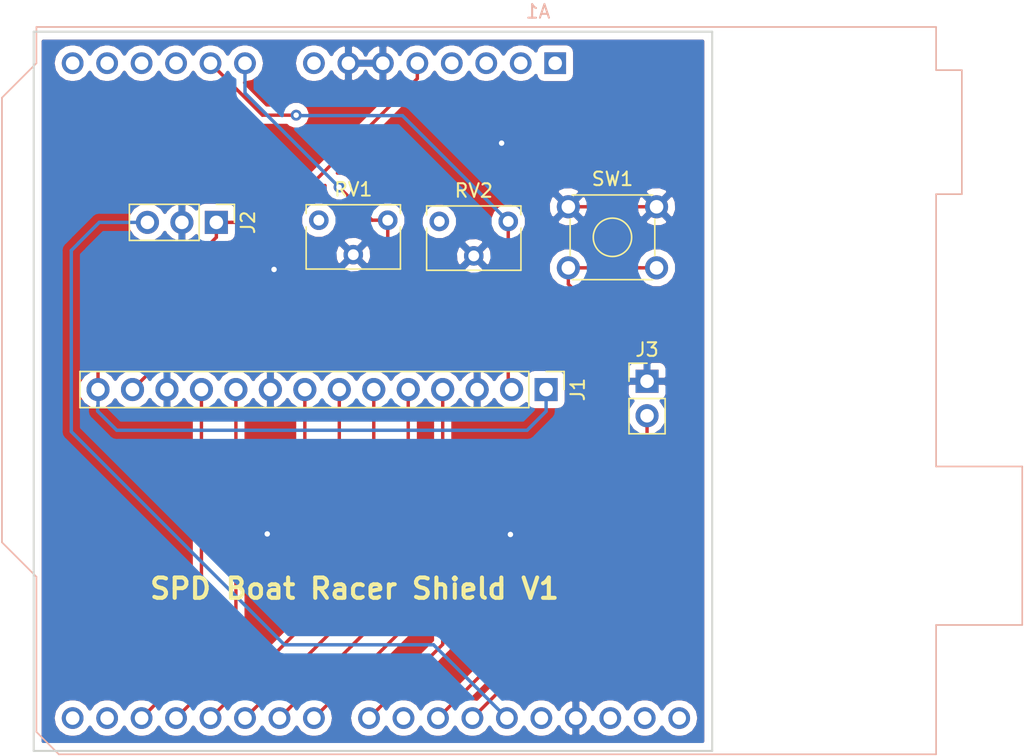
<source format=kicad_pcb>
(kicad_pcb (version 20171130) (host pcbnew "(5.0.0)")

  (general
    (thickness 1.6)
    (drawings 5)
    (tracks 69)
    (zones 0)
    (modules 7)
    (nets 33)
  )

  (page A4)
  (layers
    (0 F.Cu signal)
    (31 B.Cu signal)
    (32 B.Adhes user)
    (33 F.Adhes user)
    (34 B.Paste user)
    (35 F.Paste user)
    (36 B.SilkS user)
    (37 F.SilkS user)
    (38 B.Mask user)
    (39 F.Mask user)
    (40 Dwgs.User user)
    (41 Cmts.User user)
    (42 Eco1.User user)
    (43 Eco2.User user)
    (44 Edge.Cuts user)
    (45 Margin user)
    (46 B.CrtYd user)
    (47 F.CrtYd user)
    (48 B.Fab user)
    (49 F.Fab user)
  )

  (setup
    (last_trace_width 0.25)
    (trace_clearance 0.2)
    (zone_clearance 0.508)
    (zone_45_only no)
    (trace_min 0.2)
    (segment_width 0.2)
    (edge_width 0.15)
    (via_size 0.8)
    (via_drill 0.4)
    (via_min_size 0.4)
    (via_min_drill 0.3)
    (uvia_size 0.3)
    (uvia_drill 0.1)
    (uvias_allowed no)
    (uvia_min_size 0.2)
    (uvia_min_drill 0.1)
    (pcb_text_width 0.3)
    (pcb_text_size 1.5 1.5)
    (mod_edge_width 0.15)
    (mod_text_size 1 1)
    (mod_text_width 0.15)
    (pad_size 1.6 1.6)
    (pad_drill 1)
    (pad_to_mask_clearance 0.2)
    (aux_axis_origin 0 0)
    (visible_elements FFFFFF7F)
    (pcbplotparams
      (layerselection 0x010fc_ffffffff)
      (usegerberextensions false)
      (usegerberattributes false)
      (usegerberadvancedattributes false)
      (creategerberjobfile false)
      (excludeedgelayer true)
      (linewidth 0.100000)
      (plotframeref false)
      (viasonmask false)
      (mode 1)
      (useauxorigin false)
      (hpglpennumber 1)
      (hpglpenspeed 20)
      (hpglpendiameter 15.000000)
      (psnegative false)
      (psa4output false)
      (plotreference true)
      (plotvalue true)
      (plotinvisibletext false)
      (padsonsilk false)
      (subtractmaskfromsilk false)
      (outputformat 1)
      (mirror false)
      (drillshape 1)
      (scaleselection 1)
      (outputdirectory ""))
  )

  (net 0 "")
  (net 1 "Net-(A1-Pad9)")
  (net 2 GND)
  (net 3 "Net-(RV1-Pad3)")
  (net 4 "Net-(RV2-Pad3)")
  (net 5 "Net-(A1-Pad10)")
  (net 6 "Net-(A1-Pad32)")
  (net 7 "Net-(A1-Pad31)")
  (net 8 "Net-(A1-Pad1)")
  (net 9 "Net-(A1-Pad17)")
  (net 10 "Net-(A1-Pad2)")
  (net 11 "Net-(A1-Pad18)")
  (net 12 "Net-(A1-Pad3)")
  (net 13 "Net-(A1-Pad19)")
  (net 14 "Net-(A1-Pad4)")
  (net 15 "Net-(A1-Pad20)")
  (net 16 +5V)
  (net 17 "Net-(A1-Pad21)")
  (net 18 "Net-(A1-Pad22)")
  (net 19 "Net-(A1-Pad23)")
  (net 20 "Net-(A1-Pad8)")
  (net 21 "Net-(A1-Pad24)")
  (net 22 "Net-(A1-Pad25)")
  (net 23 "Net-(A1-Pad26)")
  (net 24 "Net-(A1-Pad11)")
  (net 25 "Net-(A1-Pad27)")
  (net 26 "Net-(A1-Pad12)")
  (net 27 "Net-(A1-Pad28)")
  (net 28 "Net-(A1-Pad13)")
  (net 29 "Net-(A1-Pad14)")
  (net 30 "Net-(A1-Pad30)")
  (net 31 "Net-(A1-Pad15)")
  (net 32 "Net-(A1-Pad16)")

  (net_class Default "This is the default net class."
    (clearance 0.2)
    (trace_width 0.25)
    (via_dia 0.8)
    (via_drill 0.4)
    (uvia_dia 0.3)
    (uvia_drill 0.1)
    (add_net +5V)
    (add_net GND)
    (add_net "Net-(A1-Pad1)")
    (add_net "Net-(A1-Pad10)")
    (add_net "Net-(A1-Pad11)")
    (add_net "Net-(A1-Pad12)")
    (add_net "Net-(A1-Pad13)")
    (add_net "Net-(A1-Pad14)")
    (add_net "Net-(A1-Pad15)")
    (add_net "Net-(A1-Pad16)")
    (add_net "Net-(A1-Pad17)")
    (add_net "Net-(A1-Pad18)")
    (add_net "Net-(A1-Pad19)")
    (add_net "Net-(A1-Pad2)")
    (add_net "Net-(A1-Pad20)")
    (add_net "Net-(A1-Pad21)")
    (add_net "Net-(A1-Pad22)")
    (add_net "Net-(A1-Pad23)")
    (add_net "Net-(A1-Pad24)")
    (add_net "Net-(A1-Pad25)")
    (add_net "Net-(A1-Pad26)")
    (add_net "Net-(A1-Pad27)")
    (add_net "Net-(A1-Pad28)")
    (add_net "Net-(A1-Pad3)")
    (add_net "Net-(A1-Pad30)")
    (add_net "Net-(A1-Pad31)")
    (add_net "Net-(A1-Pad32)")
    (add_net "Net-(A1-Pad4)")
    (add_net "Net-(A1-Pad8)")
    (add_net "Net-(A1-Pad9)")
    (add_net "Net-(RV1-Pad3)")
    (add_net "Net-(RV2-Pad3)")
  )

  (module Button_Switch_THT:SW_TH_Tactile_Omron_B3F-10xx (layer F.Cu) (tedit 5C465294) (tstamp 5C482B0C)
    (at 146.4 62.9)
    (descr SW_TH_Tactile_Omron_B3F-10xx_https://www.omron.com/ecb/products/pdf/en-b3f.pdf)
    (tags "Omron B3F-10xx")
    (path /5C46BAEC)
    (fp_text reference SW1 (at 3.25 -2.05) (layer F.SilkS)
      (effects (font (size 1 1) (thickness 0.15)))
    )
    (fp_text value SW_Push (at 3.2 6.5) (layer F.Fab)
      (effects (font (size 1 1) (thickness 0.15)))
    )
    (fp_line (start 0.25 5.25) (end 6.25 5.25) (layer F.Fab) (width 0.1))
    (fp_line (start 6.37 0.91) (end 6.37 3.59) (layer F.SilkS) (width 0.12))
    (fp_line (start 0.13 3.59) (end 0.13 0.91) (layer F.SilkS) (width 0.12))
    (fp_line (start 0.28 -0.87) (end 6.22 -0.87) (layer F.SilkS) (width 0.12))
    (fp_line (start 0.28 5.37) (end 6.22 5.37) (layer F.SilkS) (width 0.12))
    (fp_circle (center 3.25 2.25) (end 4.25 3.25) (layer F.SilkS) (width 0.12))
    (fp_line (start -1.1 -1.15) (end -1.1 5.6) (layer F.CrtYd) (width 0.05))
    (fp_line (start -1.1 5.6) (end 7.6 5.6) (layer F.CrtYd) (width 0.05))
    (fp_line (start 7.6 5.6) (end 7.6 -1.1) (layer F.CrtYd) (width 0.05))
    (fp_line (start 7.65 -1.15) (end -1.1 -1.15) (layer F.CrtYd) (width 0.05))
    (fp_text user %R (at 3.25 2.25) (layer F.Fab)
      (effects (font (size 1 1) (thickness 0.15)))
    )
    (fp_line (start 0.25 -0.75) (end 6.25 -0.75) (layer F.Fab) (width 0.1))
    (fp_line (start 6.25 -0.75) (end 6.25 5.25) (layer F.Fab) (width 0.1))
    (fp_line (start 0.25 -0.75) (end 0.25 5.25) (layer F.Fab) (width 0.1))
    (pad 2 thru_hole circle (at 0 0) (size 1.7 1.7) (drill 1) (layers *.Cu *.Mask)
      (net 2 GND))
    (pad 2 thru_hole circle (at 6.5 0) (size 1.7 1.7) (drill 1) (layers *.Cu *.Mask)
      (net 2 GND))
    (pad 1 thru_hole circle (at 0 4.5) (size 1.7 1.7) (drill 1) (layers *.Cu *.Mask)
      (net 22 "Net-(A1-Pad25)"))
    (pad 1 thru_hole circle (at 6.5 4.5) (size 1.7 1.7) (drill 1) (layers *.Cu *.Mask)
      (net 22 "Net-(A1-Pad25)"))
    (model ${KISYS3DMOD}/Button_Switch_THT.3dshapes/SW_TH_Tactile_Omron_B3F-10xx.wrl
      (at (xyz 0 0 0))
      (scale (xyz 1 1 1))
      (rotate (xyz 0 0 0))
    )
  )

  (module Connector_PinHeader_2.54mm:PinHeader_1x02_P2.54mm_Vertical (layer F.Cu) (tedit 59FED5CC) (tstamp 5C482AF6)
    (at 152.2 75.76)
    (descr "Through hole straight pin header, 1x02, 2.54mm pitch, single row")
    (tags "Through hole pin header THT 1x02 2.54mm single row")
    (path /5C463F03)
    (fp_text reference J3 (at 0 -2.33) (layer F.SilkS)
      (effects (font (size 1 1) (thickness 0.15)))
    )
    (fp_text value Screw_Terminal_01x02 (at 0 4.87) (layer F.Fab)
      (effects (font (size 1 1) (thickness 0.15)))
    )
    (fp_line (start -0.635 -1.27) (end 1.27 -1.27) (layer F.Fab) (width 0.1))
    (fp_line (start 1.27 -1.27) (end 1.27 3.81) (layer F.Fab) (width 0.1))
    (fp_line (start 1.27 3.81) (end -1.27 3.81) (layer F.Fab) (width 0.1))
    (fp_line (start -1.27 3.81) (end -1.27 -0.635) (layer F.Fab) (width 0.1))
    (fp_line (start -1.27 -0.635) (end -0.635 -1.27) (layer F.Fab) (width 0.1))
    (fp_line (start -1.33 3.87) (end 1.33 3.87) (layer F.SilkS) (width 0.12))
    (fp_line (start -1.33 1.27) (end -1.33 3.87) (layer F.SilkS) (width 0.12))
    (fp_line (start 1.33 1.27) (end 1.33 3.87) (layer F.SilkS) (width 0.12))
    (fp_line (start -1.33 1.27) (end 1.33 1.27) (layer F.SilkS) (width 0.12))
    (fp_line (start -1.33 0) (end -1.33 -1.33) (layer F.SilkS) (width 0.12))
    (fp_line (start -1.33 -1.33) (end 0 -1.33) (layer F.SilkS) (width 0.12))
    (fp_line (start -1.8 -1.8) (end -1.8 4.35) (layer F.CrtYd) (width 0.05))
    (fp_line (start -1.8 4.35) (end 1.8 4.35) (layer F.CrtYd) (width 0.05))
    (fp_line (start 1.8 4.35) (end 1.8 -1.8) (layer F.CrtYd) (width 0.05))
    (fp_line (start 1.8 -1.8) (end -1.8 -1.8) (layer F.CrtYd) (width 0.05))
    (fp_text user %R (at 0 1.27 90) (layer F.Fab)
      (effects (font (size 1 1) (thickness 0.15)))
    )
    (pad 1 thru_hole rect (at 0 0) (size 1.7 1.7) (drill 1) (layers *.Cu *.Mask)
      (net 2 GND))
    (pad 2 thru_hole oval (at 0 2.54) (size 1.7 1.7) (drill 1) (layers *.Cu *.Mask)
      (net 23 "Net-(A1-Pad26)"))
    (model ${KISYS3DMOD}/Connector_PinHeader_2.54mm.3dshapes/PinHeader_1x02_P2.54mm_Vertical.wrl
      (at (xyz 0 0 0))
      (scale (xyz 1 1 1))
      (rotate (xyz 0 0 0))
    )
  )

  (module Connector_PinHeader_2.54mm:PinHeader_1x03_P2.54mm_Vertical (layer F.Cu) (tedit 59FED5CC) (tstamp 5C482AE0)
    (at 120.46 64.05 270)
    (descr "Through hole straight pin header, 1x03, 2.54mm pitch, single row")
    (tags "Through hole pin header THT 1x03 2.54mm single row")
    (path /5C463E54)
    (fp_text reference J2 (at 0 -2.33 270) (layer F.SilkS)
      (effects (font (size 1 1) (thickness 0.15)))
    )
    (fp_text value Conn_01x03_Male (at 0 7.41 270) (layer F.Fab)
      (effects (font (size 1 1) (thickness 0.15)))
    )
    (fp_text user %R (at 0 2.54) (layer F.Fab)
      (effects (font (size 1 1) (thickness 0.15)))
    )
    (fp_line (start 1.8 -1.8) (end -1.8 -1.8) (layer F.CrtYd) (width 0.05))
    (fp_line (start 1.8 6.85) (end 1.8 -1.8) (layer F.CrtYd) (width 0.05))
    (fp_line (start -1.8 6.85) (end 1.8 6.85) (layer F.CrtYd) (width 0.05))
    (fp_line (start -1.8 -1.8) (end -1.8 6.85) (layer F.CrtYd) (width 0.05))
    (fp_line (start -1.33 -1.33) (end 0 -1.33) (layer F.SilkS) (width 0.12))
    (fp_line (start -1.33 0) (end -1.33 -1.33) (layer F.SilkS) (width 0.12))
    (fp_line (start -1.33 1.27) (end 1.33 1.27) (layer F.SilkS) (width 0.12))
    (fp_line (start 1.33 1.27) (end 1.33 6.41) (layer F.SilkS) (width 0.12))
    (fp_line (start -1.33 1.27) (end -1.33 6.41) (layer F.SilkS) (width 0.12))
    (fp_line (start -1.33 6.41) (end 1.33 6.41) (layer F.SilkS) (width 0.12))
    (fp_line (start -1.27 -0.635) (end -0.635 -1.27) (layer F.Fab) (width 0.1))
    (fp_line (start -1.27 6.35) (end -1.27 -0.635) (layer F.Fab) (width 0.1))
    (fp_line (start 1.27 6.35) (end -1.27 6.35) (layer F.Fab) (width 0.1))
    (fp_line (start 1.27 -1.27) (end 1.27 6.35) (layer F.Fab) (width 0.1))
    (fp_line (start -0.635 -1.27) (end 1.27 -1.27) (layer F.Fab) (width 0.1))
    (pad 3 thru_hole oval (at 0 5.08 270) (size 1.7 1.7) (drill 1) (layers *.Cu *.Mask)
      (net 25 "Net-(A1-Pad27)"))
    (pad 2 thru_hole oval (at 0 2.54 270) (size 1.7 1.7) (drill 1) (layers *.Cu *.Mask)
      (net 2 GND))
    (pad 1 thru_hole rect (at 0 0 270) (size 1.7 1.7) (drill 1) (layers *.Cu *.Mask)
      (net 16 +5V))
    (model ${KISYS3DMOD}/Connector_PinHeader_2.54mm.3dshapes/PinHeader_1x03_P2.54mm_Vertical.wrl
      (at (xyz 0 0 0))
      (scale (xyz 1 1 1))
      (rotate (xyz 0 0 0))
    )
  )

  (module Connector_PinHeader_2.54mm:PinHeader_1x14_P2.54mm_Vertical (layer F.Cu) (tedit 59FED5CC) (tstamp 5C482AC9)
    (at 144.76 76.37 270)
    (descr "Through hole straight pin header, 1x14, 2.54mm pitch, single row")
    (tags "Through hole pin header THT 1x14 2.54mm single row")
    (path /5C4645FF)
    (fp_text reference J1 (at 0 -2.33 270) (layer F.SilkS)
      (effects (font (size 1 1) (thickness 0.15)))
    )
    (fp_text value Screw_Terminal_01x14 (at 0 35.35 270) (layer F.Fab)
      (effects (font (size 1 1) (thickness 0.15)))
    )
    (fp_line (start -0.635 -1.27) (end 1.27 -1.27) (layer F.Fab) (width 0.1))
    (fp_line (start 1.27 -1.27) (end 1.27 34.29) (layer F.Fab) (width 0.1))
    (fp_line (start 1.27 34.29) (end -1.27 34.29) (layer F.Fab) (width 0.1))
    (fp_line (start -1.27 34.29) (end -1.27 -0.635) (layer F.Fab) (width 0.1))
    (fp_line (start -1.27 -0.635) (end -0.635 -1.27) (layer F.Fab) (width 0.1))
    (fp_line (start -1.33 34.35) (end 1.33 34.35) (layer F.SilkS) (width 0.12))
    (fp_line (start -1.33 1.27) (end -1.33 34.35) (layer F.SilkS) (width 0.12))
    (fp_line (start 1.33 1.27) (end 1.33 34.35) (layer F.SilkS) (width 0.12))
    (fp_line (start -1.33 1.27) (end 1.33 1.27) (layer F.SilkS) (width 0.12))
    (fp_line (start -1.33 0) (end -1.33 -1.33) (layer F.SilkS) (width 0.12))
    (fp_line (start -1.33 -1.33) (end 0 -1.33) (layer F.SilkS) (width 0.12))
    (fp_line (start -1.8 -1.8) (end -1.8 34.8) (layer F.CrtYd) (width 0.05))
    (fp_line (start -1.8 34.8) (end 1.8 34.8) (layer F.CrtYd) (width 0.05))
    (fp_line (start 1.8 34.8) (end 1.8 -1.8) (layer F.CrtYd) (width 0.05))
    (fp_line (start 1.8 -1.8) (end -1.8 -1.8) (layer F.CrtYd) (width 0.05))
    (fp_text user %R (at 0 16.51) (layer F.Fab)
      (effects (font (size 1 1) (thickness 0.15)))
    )
    (pad 1 thru_hole rect (at 0 0 270) (size 1.7 1.7) (drill 1) (layers *.Cu *.Mask)
      (net 16 +5V))
    (pad 2 thru_hole oval (at 0 2.54 270) (size 1.7 1.7) (drill 1) (layers *.Cu *.Mask)
      (net 5 "Net-(A1-Pad10)"))
    (pad 3 thru_hole oval (at 0 5.08 270) (size 1.7 1.7) (drill 1) (layers *.Cu *.Mask)
      (net 2 GND))
    (pad 4 thru_hole oval (at 0 7.62 270) (size 1.7 1.7) (drill 1) (layers *.Cu *.Mask)
      (net 19 "Net-(A1-Pad23)"))
    (pad 5 thru_hole oval (at 0 10.16 270) (size 1.7 1.7) (drill 1) (layers *.Cu *.Mask)
      (net 18 "Net-(A1-Pad22)"))
    (pad 6 thru_hole oval (at 0 12.7 270) (size 1.7 1.7) (drill 1) (layers *.Cu *.Mask)
      (net 17 "Net-(A1-Pad21)"))
    (pad 7 thru_hole oval (at 0 15.24 270) (size 1.7 1.7) (drill 1) (layers *.Cu *.Mask)
      (net 15 "Net-(A1-Pad20)"))
    (pad 8 thru_hole oval (at 0 17.78 270) (size 1.7 1.7) (drill 1) (layers *.Cu *.Mask)
      (net 13 "Net-(A1-Pad19)"))
    (pad 9 thru_hole oval (at 0 20.32 270) (size 1.7 1.7) (drill 1) (layers *.Cu *.Mask)
      (net 2 GND))
    (pad 10 thru_hole oval (at 0 22.86 270) (size 1.7 1.7) (drill 1) (layers *.Cu *.Mask)
      (net 11 "Net-(A1-Pad18)"))
    (pad 11 thru_hole oval (at 0 25.4 270) (size 1.7 1.7) (drill 1) (layers *.Cu *.Mask)
      (net 9 "Net-(A1-Pad17)"))
    (pad 12 thru_hole oval (at 0 27.94 270) (size 1.7 1.7) (drill 1) (layers *.Cu *.Mask)
      (net 2 GND))
    (pad 13 thru_hole oval (at 0 30.48 270) (size 1.7 1.7) (drill 1) (layers *.Cu *.Mask)
      (net 1 "Net-(A1-Pad9)"))
    (pad 14 thru_hole oval (at 0 33.02 270) (size 1.7 1.7) (drill 1) (layers *.Cu *.Mask)
      (net 16 +5V))
    (model ${KISYS3DMOD}/Connector_PinHeader_2.54mm.3dshapes/PinHeader_1x14_P2.54mm_Vertical.wrl
      (at (xyz 0 0 0))
      (scale (xyz 1 1 1))
      (rotate (xyz 0 0 0))
    )
  )

  (module Module:Arduino_UNO_R3 (layer B.Cu) (tedit 5C4657FD) (tstamp 5C482AA7)
    (at 145.43 52.32 180)
    (descr "Arduino UNO R3, http://www.mouser.com/pdfdocs/Gravitech_Arduino_Nano3_0.pdf")
    (tags "Arduino UNO R3")
    (path /5C4635C7)
    (fp_text reference A1 (at 1.27 3.81) (layer B.SilkS)
      (effects (font (size 1 1) (thickness 0.15)) (justify mirror))
    )
    (fp_text value Arduino_UNO_R3 (at 0 -22.86 180) (layer B.Fab)
      (effects (font (size 1 1) (thickness 0.15)) (justify mirror))
    )
    (fp_text user %R (at 0 -20.32) (layer B.Fab)
      (effects (font (size 1 1) (thickness 0.15)) (justify mirror))
    )
    (fp_line (start 38.35 2.79) (end 38.35 0) (layer B.CrtYd) (width 0.05))
    (fp_line (start 38.35 0) (end 40.89 -2.54) (layer B.CrtYd) (width 0.05))
    (fp_line (start 40.89 -2.54) (end 40.89 -35.31) (layer B.CrtYd) (width 0.05))
    (fp_line (start 40.89 -35.31) (end 38.35 -37.85) (layer B.CrtYd) (width 0.05))
    (fp_line (start 38.35 -37.85) (end 38.35 -49.28) (layer B.CrtYd) (width 0.05))
    (fp_line (start 38.35 -49.28) (end 36.58 -51.05) (layer B.CrtYd) (width 0.05))
    (fp_line (start 36.58 -51.05) (end -28.19 -51.05) (layer B.CrtYd) (width 0.05))
    (fp_line (start -28.19 -51.05) (end -28.19 -41.53) (layer B.CrtYd) (width 0.05))
    (fp_line (start -28.19 -41.53) (end -34.54 -41.53) (layer B.CrtYd) (width 0.05))
    (fp_line (start -34.54 -41.53) (end -34.54 -29.59) (layer B.CrtYd) (width 0.05))
    (fp_line (start -34.54 -29.59) (end -28.19 -29.59) (layer B.CrtYd) (width 0.05))
    (fp_line (start -28.19 -29.59) (end -28.19 -9.78) (layer B.CrtYd) (width 0.05))
    (fp_line (start -28.19 -9.78) (end -30.1 -9.78) (layer B.CrtYd) (width 0.05))
    (fp_line (start -30.1 -9.78) (end -30.1 -0.38) (layer B.CrtYd) (width 0.05))
    (fp_line (start -30.1 -0.38) (end -28.19 -0.38) (layer B.CrtYd) (width 0.05))
    (fp_line (start -28.19 -0.38) (end -28.19 2.79) (layer B.CrtYd) (width 0.05))
    (fp_line (start -28.19 2.79) (end 38.35 2.79) (layer B.CrtYd) (width 0.05))
    (fp_line (start 40.77 -35.31) (end 40.77 -2.54) (layer B.SilkS) (width 0.12))
    (fp_line (start 40.77 -2.54) (end 38.23 0) (layer B.SilkS) (width 0.12))
    (fp_line (start 38.23 0) (end 38.23 2.67) (layer B.SilkS) (width 0.12))
    (fp_line (start 38.23 2.67) (end -28.07 2.67) (layer B.SilkS) (width 0.12))
    (fp_line (start -28.07 2.67) (end -28.07 -0.51) (layer B.SilkS) (width 0.12))
    (fp_line (start -28.07 -0.51) (end -29.97 -0.51) (layer B.SilkS) (width 0.12))
    (fp_line (start -29.97 -0.51) (end -29.97 -9.65) (layer B.SilkS) (width 0.12))
    (fp_line (start -29.97 -9.65) (end -28.07 -9.65) (layer B.SilkS) (width 0.12))
    (fp_line (start -28.07 -9.65) (end -28.07 -29.72) (layer B.SilkS) (width 0.12))
    (fp_line (start -28.07 -29.72) (end -34.42 -29.72) (layer B.SilkS) (width 0.12))
    (fp_line (start -34.42 -29.72) (end -34.42 -41.4) (layer B.SilkS) (width 0.12))
    (fp_line (start -34.42 -41.4) (end -28.07 -41.4) (layer B.SilkS) (width 0.12))
    (fp_line (start -28.07 -41.4) (end -28.07 -50.93) (layer B.SilkS) (width 0.12))
    (fp_line (start -28.07 -50.93) (end 36.58 -50.93) (layer B.SilkS) (width 0.12))
    (fp_line (start 36.58 -50.93) (end 38.23 -49.28) (layer B.SilkS) (width 0.12))
    (fp_line (start 38.23 -49.28) (end 38.23 -37.85) (layer B.SilkS) (width 0.12))
    (fp_line (start 38.23 -37.85) (end 40.77 -35.31) (layer B.SilkS) (width 0.12))
    (fp_line (start -34.29 -29.84) (end -18.41 -29.84) (layer B.Fab) (width 0.1))
    (fp_line (start -18.41 -29.84) (end -18.41 -41.27) (layer B.Fab) (width 0.1))
    (fp_line (start -18.41 -41.27) (end -34.29 -41.27) (layer B.Fab) (width 0.1))
    (fp_line (start -34.29 -41.27) (end -34.29 -29.84) (layer B.Fab) (width 0.1))
    (fp_line (start -29.84 -0.64) (end -16.51 -0.64) (layer B.Fab) (width 0.1))
    (fp_line (start -16.51 -0.64) (end -16.51 -9.53) (layer B.Fab) (width 0.1))
    (fp_line (start -16.51 -9.53) (end -29.84 -9.53) (layer B.Fab) (width 0.1))
    (fp_line (start -29.84 -9.53) (end -29.84 -0.64) (layer B.Fab) (width 0.1))
    (fp_line (start 38.1 -37.85) (end 38.1 -49.28) (layer B.Fab) (width 0.1))
    (fp_line (start 40.64 -2.54) (end 40.64 -35.31) (layer B.Fab) (width 0.1))
    (fp_line (start 40.64 -35.31) (end 38.1 -37.85) (layer B.Fab) (width 0.1))
    (fp_line (start 38.1 2.54) (end 38.1 0) (layer B.Fab) (width 0.1))
    (fp_line (start 38.1 0) (end 40.64 -2.54) (layer B.Fab) (width 0.1))
    (fp_line (start 38.1 -49.28) (end 36.58 -50.8) (layer B.Fab) (width 0.1))
    (fp_line (start 36.58 -50.8) (end -27.94 -50.8) (layer B.Fab) (width 0.1))
    (fp_line (start -27.94 -50.8) (end -27.94 2.54) (layer B.Fab) (width 0.1))
    (fp_line (start -27.94 2.54) (end 38.1 2.54) (layer B.Fab) (width 0.1))
    (pad 32 thru_hole oval (at -9.14 -48.26 90) (size 1.6 1.6) (drill 1) (layers *.Cu *.Mask)
      (net 6 "Net-(A1-Pad32)"))
    (pad 31 thru_hole oval (at -6.6 -48.26 90) (size 1.6 1.6) (drill 1) (layers *.Cu *.Mask)
      (net 7 "Net-(A1-Pad31)"))
    (pad 1 thru_hole rect (at 0 0 90) (size 1.6 1.6) (drill 1) (layers *.Cu *.Mask)
      (net 8 "Net-(A1-Pad1)"))
    (pad 17 thru_hole oval (at 30.48 -48.26 90) (size 1.6 1.6) (drill 1) (layers *.Cu *.Mask)
      (net 9 "Net-(A1-Pad17)"))
    (pad 2 thru_hole oval (at 2.54 0 90) (size 1.6 1.6) (drill 1) (layers *.Cu *.Mask)
      (net 10 "Net-(A1-Pad2)"))
    (pad 18 thru_hole oval (at 27.94 -48.26 90) (size 1.6 1.6) (drill 1) (layers *.Cu *.Mask)
      (net 11 "Net-(A1-Pad18)"))
    (pad 3 thru_hole oval (at 5.08 0 90) (size 1.6 1.6) (drill 1) (layers *.Cu *.Mask)
      (net 12 "Net-(A1-Pad3)"))
    (pad 19 thru_hole oval (at 25.4 -48.26 90) (size 1.6 1.6) (drill 1) (layers *.Cu *.Mask)
      (net 13 "Net-(A1-Pad19)"))
    (pad 4 thru_hole oval (at 7.62 0 90) (size 1.6 1.6) (drill 1) (layers *.Cu *.Mask)
      (net 14 "Net-(A1-Pad4)"))
    (pad 20 thru_hole oval (at 22.86 -48.26 90) (size 1.6 1.6) (drill 1) (layers *.Cu *.Mask)
      (net 15 "Net-(A1-Pad20)"))
    (pad 5 thru_hole oval (at 10.16 0 90) (size 1.6 1.6) (drill 1) (layers *.Cu *.Mask)
      (net 16 +5V))
    (pad 21 thru_hole oval (at 20.32 -48.26 90) (size 1.6 1.6) (drill 1) (layers *.Cu *.Mask)
      (net 17 "Net-(A1-Pad21)"))
    (pad 6 thru_hole oval (at 12.7 0 90) (size 1.6 1.6) (drill 1) (layers *.Cu *.Mask)
      (net 2 GND))
    (pad 22 thru_hole oval (at 17.78 -48.26 90) (size 1.6 1.6) (drill 1) (layers *.Cu *.Mask)
      (net 18 "Net-(A1-Pad22)"))
    (pad 7 thru_hole oval (at 15.24 0 90) (size 1.6 1.6) (drill 1) (layers *.Cu *.Mask)
      (net 2 GND))
    (pad 23 thru_hole oval (at 13.72 -48.26 90) (size 1.6 1.6) (drill 1) (layers *.Cu *.Mask)
      (net 19 "Net-(A1-Pad23)"))
    (pad 8 thru_hole oval (at 17.78 0 90) (size 1.6 1.6) (drill 1) (layers *.Cu *.Mask)
      (net 20 "Net-(A1-Pad8)"))
    (pad 24 thru_hole oval (at 11.18 -48.26 90) (size 1.6 1.6) (drill 1) (layers *.Cu *.Mask)
      (net 21 "Net-(A1-Pad24)"))
    (pad 9 thru_hole oval (at 22.86 0 90) (size 1.6 1.6) (drill 1) (layers *.Cu *.Mask)
      (net 1 "Net-(A1-Pad9)"))
    (pad 25 thru_hole oval (at 8.64 -48.26 90) (size 1.6 1.6) (drill 1) (layers *.Cu *.Mask)
      (net 22 "Net-(A1-Pad25)"))
    (pad 10 thru_hole oval (at 25.4 0 90) (size 1.6 1.6) (drill 1) (layers *.Cu *.Mask)
      (net 5 "Net-(A1-Pad10)"))
    (pad 26 thru_hole oval (at 6.1 -48.26 90) (size 1.6 1.6) (drill 1) (layers *.Cu *.Mask)
      (net 23 "Net-(A1-Pad26)"))
    (pad 11 thru_hole oval (at 27.94 0 90) (size 1.6 1.6) (drill 1) (layers *.Cu *.Mask)
      (net 24 "Net-(A1-Pad11)"))
    (pad 27 thru_hole oval (at 3.56 -48.26 90) (size 1.6 1.6) (drill 1) (layers *.Cu *.Mask)
      (net 25 "Net-(A1-Pad27)"))
    (pad 12 thru_hole oval (at 30.48 0 90) (size 1.6 1.6) (drill 1) (layers *.Cu *.Mask)
      (net 26 "Net-(A1-Pad12)"))
    (pad 28 thru_hole oval (at 1.02 -48.26 90) (size 1.6 1.6) (drill 1) (layers *.Cu *.Mask)
      (net 27 "Net-(A1-Pad28)"))
    (pad 13 thru_hole oval (at 33.02 0 90) (size 1.6 1.6) (drill 1) (layers *.Cu *.Mask)
      (net 28 "Net-(A1-Pad13)"))
    (pad 29 thru_hole oval (at -1.52 -48.26 90) (size 1.6 1.6) (drill 1) (layers *.Cu *.Mask)
      (net 2 GND))
    (pad 14 thru_hole oval (at 35.56 0 90) (size 1.6 1.6) (drill 1) (layers *.Cu *.Mask)
      (net 29 "Net-(A1-Pad14)"))
    (pad 30 thru_hole oval (at -4.06 -48.26 90) (size 1.6 1.6) (drill 1) (layers *.Cu *.Mask)
      (net 30 "Net-(A1-Pad30)"))
    (pad 15 thru_hole oval (at 35.56 -48.26 90) (size 1.6 1.6) (drill 1) (layers *.Cu *.Mask)
      (net 31 "Net-(A1-Pad15)"))
    (pad 16 thru_hole oval (at 33.02 -48.26 90) (size 1.6 1.6) (drill 1) (layers *.Cu *.Mask)
      (net 32 "Net-(A1-Pad16)"))
    (model ${KISYS3DMOD}/Module.3dshapes/Arduino_UNO_R3.wrl
      (at (xyz 0 0 0))
      (scale (xyz 1 1 1))
      (rotate (xyz 0 0 0))
    )
  )

  (module Potentiometer_THT:Potentiometer_Bourns_3266W_Vertical (layer F.Cu) (tedit 5A3D4994) (tstamp 5C482A4F)
    (at 141.97 63.98)
    (descr "Potentiometer, vertical, Bourns 3266W, https://www.bourns.com/docs/Product-Datasheets/3266.pdf")
    (tags "Potentiometer vertical Bourns 3266W")
    (path /5C473B55)
    (fp_text reference RV2 (at -2.54 -2.27) (layer F.SilkS)
      (effects (font (size 1 1) (thickness 0.15)))
    )
    (fp_text value 500K (at -2.54 4.73) (layer F.Fab)
      (effects (font (size 1 1) (thickness 0.15)))
    )
    (fp_text user %R (at -3.175 1.23) (layer F.Fab)
      (effects (font (size 0.91 0.91) (thickness 0.15)))
    )
    (fp_line (start 1.1 -1.3) (end -6.15 -1.3) (layer F.CrtYd) (width 0.05))
    (fp_line (start 1.1 3.75) (end 1.1 -1.3) (layer F.CrtYd) (width 0.05))
    (fp_line (start -6.15 3.75) (end 1.1 3.75) (layer F.CrtYd) (width 0.05))
    (fp_line (start -6.15 -1.3) (end -6.15 3.75) (layer F.CrtYd) (width 0.05))
    (fp_line (start 0.935 0.495) (end 0.935 3.6) (layer F.SilkS) (width 0.12))
    (fp_line (start 0.935 -1.14) (end 0.935 -0.495) (layer F.SilkS) (width 0.12))
    (fp_line (start -6.015 0.495) (end -6.015 3.6) (layer F.SilkS) (width 0.12))
    (fp_line (start -6.015 -1.14) (end -6.015 -0.495) (layer F.SilkS) (width 0.12))
    (fp_line (start -6.015 3.6) (end 0.935 3.6) (layer F.SilkS) (width 0.12))
    (fp_line (start -6.015 -1.14) (end 0.935 -1.14) (layer F.SilkS) (width 0.12))
    (fp_line (start -0.455 3.092) (end -0.454 1.329) (layer F.Fab) (width 0.1))
    (fp_line (start -0.455 3.092) (end -0.454 1.329) (layer F.Fab) (width 0.1))
    (fp_line (start 0.815 -1.02) (end -5.895 -1.02) (layer F.Fab) (width 0.1))
    (fp_line (start 0.815 3.48) (end 0.815 -1.02) (layer F.Fab) (width 0.1))
    (fp_line (start -5.895 3.48) (end 0.815 3.48) (layer F.Fab) (width 0.1))
    (fp_line (start -5.895 -1.02) (end -5.895 3.48) (layer F.Fab) (width 0.1))
    (fp_circle (center -0.455 2.21) (end 0.435 2.21) (layer F.Fab) (width 0.1))
    (pad 3 thru_hole circle (at -5.08 0) (size 1.44 1.44) (drill 0.8) (layers *.Cu *.Mask)
      (net 4 "Net-(RV2-Pad3)"))
    (pad 2 thru_hole circle (at -2.54 2.54) (size 1.44 1.44) (drill 0.8) (layers *.Cu *.Mask)
      (net 2 GND))
    (pad 1 thru_hole circle (at 0 0) (size 1.44 1.44) (drill 0.8) (layers *.Cu *.Mask)
      (net 5 "Net-(A1-Pad10)"))
    (model ${KISYS3DMOD}/Potentiometer_THT.3dshapes/Potentiometer_Bourns_3266W_Vertical.wrl
      (at (xyz 0 0 0))
      (scale (xyz 1 1 1))
      (rotate (xyz 0 0 0))
    )
  )

  (module Potentiometer_THT:Potentiometer_Bourns_3266W_Vertical (layer F.Cu) (tedit 5A3D4994) (tstamp 5C482A36)
    (at 133.09 63.89)
    (descr "Potentiometer, vertical, Bourns 3266W, https://www.bourns.com/docs/Product-Datasheets/3266.pdf")
    (tags "Potentiometer vertical Bourns 3266W")
    (path /5C46484E)
    (fp_text reference RV1 (at -2.54 -2.27) (layer F.SilkS)
      (effects (font (size 1 1) (thickness 0.15)))
    )
    (fp_text value 500K (at -2.54 4.73) (layer F.Fab)
      (effects (font (size 1 1) (thickness 0.15)))
    )
    (fp_circle (center -0.455 2.21) (end 0.435 2.21) (layer F.Fab) (width 0.1))
    (fp_line (start -5.895 -1.02) (end -5.895 3.48) (layer F.Fab) (width 0.1))
    (fp_line (start -5.895 3.48) (end 0.815 3.48) (layer F.Fab) (width 0.1))
    (fp_line (start 0.815 3.48) (end 0.815 -1.02) (layer F.Fab) (width 0.1))
    (fp_line (start 0.815 -1.02) (end -5.895 -1.02) (layer F.Fab) (width 0.1))
    (fp_line (start -0.455 3.092) (end -0.454 1.329) (layer F.Fab) (width 0.1))
    (fp_line (start -0.455 3.092) (end -0.454 1.329) (layer F.Fab) (width 0.1))
    (fp_line (start -6.015 -1.14) (end 0.935 -1.14) (layer F.SilkS) (width 0.12))
    (fp_line (start -6.015 3.6) (end 0.935 3.6) (layer F.SilkS) (width 0.12))
    (fp_line (start -6.015 -1.14) (end -6.015 -0.495) (layer F.SilkS) (width 0.12))
    (fp_line (start -6.015 0.495) (end -6.015 3.6) (layer F.SilkS) (width 0.12))
    (fp_line (start 0.935 -1.14) (end 0.935 -0.495) (layer F.SilkS) (width 0.12))
    (fp_line (start 0.935 0.495) (end 0.935 3.6) (layer F.SilkS) (width 0.12))
    (fp_line (start -6.15 -1.3) (end -6.15 3.75) (layer F.CrtYd) (width 0.05))
    (fp_line (start -6.15 3.75) (end 1.1 3.75) (layer F.CrtYd) (width 0.05))
    (fp_line (start 1.1 3.75) (end 1.1 -1.3) (layer F.CrtYd) (width 0.05))
    (fp_line (start 1.1 -1.3) (end -6.15 -1.3) (layer F.CrtYd) (width 0.05))
    (fp_text user %R (at -3.175 1.23) (layer F.Fab)
      (effects (font (size 0.91 0.91) (thickness 0.15)))
    )
    (pad 1 thru_hole circle (at 0 0) (size 1.44 1.44) (drill 0.8) (layers *.Cu *.Mask)
      (net 1 "Net-(A1-Pad9)"))
    (pad 2 thru_hole circle (at -2.54 2.54) (size 1.44 1.44) (drill 0.8) (layers *.Cu *.Mask)
      (net 2 GND))
    (pad 3 thru_hole circle (at -5.08 0) (size 1.44 1.44) (drill 0.8) (layers *.Cu *.Mask)
      (net 3 "Net-(RV1-Pad3)"))
    (model ${KISYS3DMOD}/Potentiometer_THT.3dshapes/Potentiometer_Bourns_3266W_Vertical.wrl
      (at (xyz 0 0 0))
      (scale (xyz 1 1 1))
      (rotate (xyz 0 0 0))
    )
  )

  (gr_text "SPD Boat Racer Shield V1" (at 130.64 91.04) (layer F.SilkS)
    (effects (font (size 1.5 1.5) (thickness 0.3)))
  )
  (gr_line (start 157 103) (end 107 103) (layer Edge.Cuts) (width 0.15))
  (gr_line (start 157 50) (end 157 103) (layer Edge.Cuts) (width 0.15))
  (gr_line (start 107 50) (end 157 50) (layer Edge.Cuts) (width 0.15))
  (gr_line (start 107 103) (end 107 50) (layer Edge.Cuts) (width 0.15))

  (via (at 129.5 61.45) (size 0.8) (drill 0.4) (layers F.Cu B.Cu) (net 1))
  (segment (start 133.09 63.89) (end 131.94 63.89) (width 0.25) (layer F.Cu) (net 1))
  (segment (start 131.94 63.89) (end 129.5 61.45) (width 0.25) (layer F.Cu) (net 1))
  (segment (start 122.57 54.52) (end 122.57 52.32) (width 0.25) (layer B.Cu) (net 1))
  (segment (start 129.5 61.45) (end 122.57 54.52) (width 0.25) (layer B.Cu) (net 1))
  (segment (start 119.54 71.11) (end 114.28 76.37) (width 0.25) (layer F.Cu) (net 1))
  (segment (start 129.14 71.11) (end 119.54 71.11) (width 0.25) (layer F.Cu) (net 1))
  (segment (start 133.09 67.16) (end 129.14 71.11) (width 0.25) (layer F.Cu) (net 1))
  (segment (start 133.09 63.89) (end 133.09 67.16) (width 0.25) (layer F.Cu) (net 1))
  (segment (start 146.4 62.9) (end 152.9 62.9) (width 0.25) (layer F.Cu) (net 2))
  (via (at 124.71 67.52) (size 0.8) (drill 0.4) (layers F.Cu B.Cu) (net 2))
  (via (at 142.13 87.05) (size 0.8) (drill 0.4) (layers F.Cu B.Cu) (net 2))
  (via (at 141.48 58.21) (size 0.8) (drill 0.4) (layers F.Cu B.Cu) (net 2))
  (via (at 124.21 87.01) (size 0.8) (drill 0.4) (layers F.Cu B.Cu) (net 2))
  (segment (start 141.97 76.12) (end 142.22 76.37) (width 0.25) (layer F.Cu) (net 5))
  (segment (start 141.97 63.98) (end 141.97 76.12) (width 0.25) (layer F.Cu) (net 5))
  (segment (start 141.97 63.98) (end 134.17 56.18) (width 0.25) (layer B.Cu) (net 5))
  (via (at 126.34 56.15) (size 0.8) (drill 0.4) (layers F.Cu B.Cu) (net 5))
  (segment (start 134.17 56.18) (end 126.37 56.18) (width 0.25) (layer B.Cu) (net 5))
  (segment (start 126.37 56.18) (end 126.34 56.15) (width 0.25) (layer B.Cu) (net 5))
  (segment (start 123.86 56.15) (end 120.03 52.32) (width 0.25) (layer F.Cu) (net 5))
  (segment (start 126.34 56.15) (end 123.86 56.15) (width 0.25) (layer F.Cu) (net 5))
  (segment (start 119.36 96.17) (end 114.95 100.58) (width 0.25) (layer F.Cu) (net 9))
  (segment (start 119.36 76.37) (end 119.36 96.17) (width 0.25) (layer F.Cu) (net 9))
  (segment (start 121.9 96.17) (end 117.49 100.58) (width 0.25) (layer F.Cu) (net 11))
  (segment (start 121.9 76.37) (end 121.9 96.17) (width 0.25) (layer F.Cu) (net 11))
  (segment (start 126.98 93.63) (end 120.03 100.58) (width 0.25) (layer F.Cu) (net 13))
  (segment (start 126.98 76.37) (end 126.98 93.63) (width 0.25) (layer F.Cu) (net 13))
  (segment (start 129.52 93.63) (end 122.57 100.58) (width 0.25) (layer F.Cu) (net 15))
  (segment (start 129.52 76.37) (end 129.52 93.63) (width 0.25) (layer F.Cu) (net 15))
  (segment (start 111.74 73.87) (end 111.74 76.37) (width 0.25) (layer F.Cu) (net 16))
  (segment (start 120.46 64.05) (end 120.46 65.15) (width 0.25) (layer F.Cu) (net 16))
  (segment (start 120.46 65.15) (end 111.74 73.87) (width 0.25) (layer F.Cu) (net 16))
  (segment (start 111.74 77.572081) (end 111.71 77.602081) (width 0.25) (layer B.Cu) (net 16))
  (segment (start 111.74 76.37) (end 111.74 77.572081) (width 0.25) (layer B.Cu) (net 16))
  (segment (start 111.71 77.602081) (end 111.71 77.96) (width 0.25) (layer B.Cu) (net 16))
  (segment (start 111.71 77.96) (end 113.12 79.37) (width 0.25) (layer B.Cu) (net 16))
  (segment (start 113.12 79.37) (end 143.36 79.37) (width 0.25) (layer B.Cu) (net 16))
  (segment (start 144.76 77.97) (end 144.76 76.37) (width 0.25) (layer B.Cu) (net 16))
  (segment (start 143.36 79.37) (end 144.76 77.97) (width 0.25) (layer B.Cu) (net 16))
  (segment (start 121.56 64.05) (end 120.46 64.05) (width 0.25) (layer F.Cu) (net 16))
  (segment (start 124.67137 64.05) (end 121.56 64.05) (width 0.25) (layer F.Cu) (net 16))
  (segment (start 135.27 53.45137) (end 124.67137 64.05) (width 0.25) (layer F.Cu) (net 16))
  (segment (start 135.27 52.32) (end 135.27 53.45137) (width 0.25) (layer F.Cu) (net 16))
  (segment (start 125.909999 99.780001) (end 125.11 100.58) (width 0.25) (layer F.Cu) (net 17))
  (segment (start 132.06 93.63) (end 130.4 95.29) (width 0.25) (layer F.Cu) (net 17))
  (segment (start 132.06 76.37) (end 132.06 93.63) (width 0.25) (layer F.Cu) (net 17))
  (segment (start 131.210001 94.479999) (end 130.4 95.29) (width 0.25) (layer F.Cu) (net 17))
  (segment (start 130.4 95.29) (end 125.909999 99.780001) (width 0.25) (layer F.Cu) (net 17))
  (segment (start 134.6 93.63) (end 127.65 100.58) (width 0.25) (layer F.Cu) (net 18))
  (segment (start 134.6 76.37) (end 134.6 93.63) (width 0.25) (layer F.Cu) (net 18))
  (segment (start 137.14 95.15) (end 131.71 100.58) (width 0.25) (layer F.Cu) (net 19))
  (segment (start 137.14 76.37) (end 137.14 95.15) (width 0.25) (layer F.Cu) (net 19))
  (segment (start 151.697919 67.4) (end 146.4 67.4) (width 0.25) (layer F.Cu) (net 22))
  (segment (start 152.9 67.4) (end 151.697919 67.4) (width 0.25) (layer F.Cu) (net 22))
  (segment (start 146.4 68.602081) (end 147.86 70.062081) (width 0.25) (layer F.Cu) (net 22))
  (segment (start 146.4 67.4) (end 146.4 68.602081) (width 0.25) (layer F.Cu) (net 22))
  (segment (start 147.86 89.51) (end 136.79 100.58) (width 0.25) (layer F.Cu) (net 22))
  (segment (start 147.86 70.062081) (end 147.86 89.51) (width 0.25) (layer F.Cu) (net 22))
  (segment (start 152.2 87.71) (end 152.2 78.3) (width 0.25) (layer F.Cu) (net 23))
  (segment (start 139.33 100.58) (end 152.2 87.71) (width 0.25) (layer F.Cu) (net 23))
  (segment (start 115.38 64.05) (end 111.83 64.05) (width 0.25) (layer B.Cu) (net 25))
  (segment (start 111.83 64.05) (end 110.3 65.58) (width 0.25) (layer B.Cu) (net 25))
  (segment (start 110.3 65.58) (end 110.3 65.59) (width 0.25) (layer B.Cu) (net 25))
  (segment (start 110.3 65.59) (end 109.77 66.12) (width 0.25) (layer B.Cu) (net 25))
  (segment (start 109.77 66.12) (end 109.77 79.47) (width 0.25) (layer B.Cu) (net 25))
  (segment (start 109.77 79.47) (end 125.48 95.18) (width 0.25) (layer B.Cu) (net 25))
  (segment (start 136.47 95.18) (end 141.87 100.58) (width 0.25) (layer B.Cu) (net 25))
  (segment (start 125.48 95.18) (end 136.47 95.18) (width 0.25) (layer B.Cu) (net 25))

  (zone (net 2) (net_name GND) (layer F.Cu) (tstamp 0) (hatch edge 0.508)
    (connect_pads (clearance 0.508))
    (min_thickness 0.254)
    (fill yes (arc_segments 16) (thermal_gap 0.508) (thermal_bridge_width 0.508))
    (polygon
      (pts
        (xy 107 102.99) (xy 107 50.03) (xy 157.03 50.03) (xy 157.03 102.95)
      )
    )
    (filled_polygon
      (pts
        (xy 156.290001 102.29) (xy 107.71 102.29) (xy 107.71 100.58) (xy 108.406887 100.58) (xy 108.51826 101.139909)
        (xy 108.835423 101.614577) (xy 109.310091 101.93174) (xy 109.728667 102.015) (xy 110.011333 102.015) (xy 110.429909 101.93174)
        (xy 110.904577 101.614577) (xy 111.14 101.262242) (xy 111.375423 101.614577) (xy 111.850091 101.93174) (xy 112.268667 102.015)
        (xy 112.551333 102.015) (xy 112.969909 101.93174) (xy 113.444577 101.614577) (xy 113.68 101.262242) (xy 113.915423 101.614577)
        (xy 114.390091 101.93174) (xy 114.808667 102.015) (xy 115.091333 102.015) (xy 115.509909 101.93174) (xy 115.984577 101.614577)
        (xy 116.22 101.262242) (xy 116.455423 101.614577) (xy 116.930091 101.93174) (xy 117.348667 102.015) (xy 117.631333 102.015)
        (xy 118.049909 101.93174) (xy 118.524577 101.614577) (xy 118.76 101.262242) (xy 118.995423 101.614577) (xy 119.470091 101.93174)
        (xy 119.888667 102.015) (xy 120.171333 102.015) (xy 120.589909 101.93174) (xy 121.064577 101.614577) (xy 121.3 101.262242)
        (xy 121.535423 101.614577) (xy 122.010091 101.93174) (xy 122.428667 102.015) (xy 122.711333 102.015) (xy 123.129909 101.93174)
        (xy 123.604577 101.614577) (xy 123.84 101.262242) (xy 124.075423 101.614577) (xy 124.550091 101.93174) (xy 124.968667 102.015)
        (xy 125.251333 102.015) (xy 125.669909 101.93174) (xy 126.144577 101.614577) (xy 126.38 101.262242) (xy 126.615423 101.614577)
        (xy 127.090091 101.93174) (xy 127.508667 102.015) (xy 127.791333 102.015) (xy 128.209909 101.93174) (xy 128.684577 101.614577)
        (xy 129.00174 101.139909) (xy 129.113113 100.58) (xy 129.048688 100.256113) (xy 135.084473 94.220329) (xy 135.147929 94.177929)
        (xy 135.315904 93.926537) (xy 135.36 93.704852) (xy 135.36 93.704848) (xy 135.374888 93.630001) (xy 135.36 93.555154)
        (xy 135.36 77.648178) (xy 135.670625 77.440625) (xy 135.87 77.142239) (xy 136.069375 77.440625) (xy 136.38 77.648178)
        (xy 136.380001 94.835197) (xy 132.033887 99.181312) (xy 131.851333 99.145) (xy 131.568667 99.145) (xy 131.150091 99.22826)
        (xy 130.675423 99.545423) (xy 130.35826 100.020091) (xy 130.246887 100.58) (xy 130.35826 101.139909) (xy 130.675423 101.614577)
        (xy 131.150091 101.93174) (xy 131.568667 102.015) (xy 131.851333 102.015) (xy 132.269909 101.93174) (xy 132.744577 101.614577)
        (xy 132.98 101.262242) (xy 133.215423 101.614577) (xy 133.690091 101.93174) (xy 134.108667 102.015) (xy 134.391333 102.015)
        (xy 134.809909 101.93174) (xy 135.284577 101.614577) (xy 135.52 101.262242) (xy 135.755423 101.614577) (xy 136.230091 101.93174)
        (xy 136.648667 102.015) (xy 136.931333 102.015) (xy 137.349909 101.93174) (xy 137.824577 101.614577) (xy 138.06 101.262242)
        (xy 138.295423 101.614577) (xy 138.770091 101.93174) (xy 139.188667 102.015) (xy 139.471333 102.015) (xy 139.889909 101.93174)
        (xy 140.364577 101.614577) (xy 140.6 101.262242) (xy 140.835423 101.614577) (xy 141.310091 101.93174) (xy 141.728667 102.015)
        (xy 142.011333 102.015) (xy 142.429909 101.93174) (xy 142.904577 101.614577) (xy 143.14 101.262242) (xy 143.375423 101.614577)
        (xy 143.850091 101.93174) (xy 144.268667 102.015) (xy 144.551333 102.015) (xy 144.969909 101.93174) (xy 145.444577 101.614577)
        (xy 145.700947 101.230892) (xy 145.797611 101.435134) (xy 146.212577 101.811041) (xy 146.600961 101.971904) (xy 146.823 101.849915)
        (xy 146.823 100.707) (xy 146.803 100.707) (xy 146.803 100.453) (xy 146.823 100.453) (xy 146.823 99.310085)
        (xy 147.077 99.310085) (xy 147.077 100.453) (xy 147.097 100.453) (xy 147.097 100.707) (xy 147.077 100.707)
        (xy 147.077 101.849915) (xy 147.299039 101.971904) (xy 147.687423 101.811041) (xy 148.102389 101.435134) (xy 148.199053 101.230892)
        (xy 148.455423 101.614577) (xy 148.930091 101.93174) (xy 149.348667 102.015) (xy 149.631333 102.015) (xy 150.049909 101.93174)
        (xy 150.524577 101.614577) (xy 150.76 101.262242) (xy 150.995423 101.614577) (xy 151.470091 101.93174) (xy 151.888667 102.015)
        (xy 152.171333 102.015) (xy 152.589909 101.93174) (xy 153.064577 101.614577) (xy 153.3 101.262242) (xy 153.535423 101.614577)
        (xy 154.010091 101.93174) (xy 154.428667 102.015) (xy 154.711333 102.015) (xy 155.129909 101.93174) (xy 155.604577 101.614577)
        (xy 155.92174 101.139909) (xy 156.033113 100.58) (xy 155.92174 100.020091) (xy 155.604577 99.545423) (xy 155.129909 99.22826)
        (xy 154.711333 99.145) (xy 154.428667 99.145) (xy 154.010091 99.22826) (xy 153.535423 99.545423) (xy 153.3 99.897758)
        (xy 153.064577 99.545423) (xy 152.589909 99.22826) (xy 152.171333 99.145) (xy 151.888667 99.145) (xy 151.470091 99.22826)
        (xy 150.995423 99.545423) (xy 150.76 99.897758) (xy 150.524577 99.545423) (xy 150.049909 99.22826) (xy 149.631333 99.145)
        (xy 149.348667 99.145) (xy 148.930091 99.22826) (xy 148.455423 99.545423) (xy 148.199053 99.929108) (xy 148.102389 99.724866)
        (xy 147.687423 99.348959) (xy 147.299039 99.188096) (xy 147.077 99.310085) (xy 146.823 99.310085) (xy 146.600961 99.188096)
        (xy 146.212577 99.348959) (xy 145.797611 99.724866) (xy 145.700947 99.929108) (xy 145.444577 99.545423) (xy 144.969909 99.22826)
        (xy 144.551333 99.145) (xy 144.268667 99.145) (xy 143.850091 99.22826) (xy 143.375423 99.545423) (xy 143.14 99.897758)
        (xy 142.904577 99.545423) (xy 142.429909 99.22826) (xy 142.011333 99.145) (xy 141.839801 99.145) (xy 152.684473 88.300329)
        (xy 152.747929 88.257929) (xy 152.915904 88.006537) (xy 152.96 87.784852) (xy 152.96 87.784848) (xy 152.974888 87.71)
        (xy 152.96 87.635152) (xy 152.96 79.578178) (xy 153.270625 79.370625) (xy 153.598839 78.879418) (xy 153.714092 78.3)
        (xy 153.598839 77.720582) (xy 153.270625 77.229375) (xy 153.248967 77.214904) (xy 153.409698 77.148327) (xy 153.588327 76.969699)
        (xy 153.685 76.73631) (xy 153.685 76.04575) (xy 153.52625 75.887) (xy 152.327 75.887) (xy 152.327 75.907)
        (xy 152.073 75.907) (xy 152.073 75.887) (xy 150.87375 75.887) (xy 150.715 76.04575) (xy 150.715 76.73631)
        (xy 150.811673 76.969699) (xy 150.990302 77.148327) (xy 151.151033 77.214904) (xy 151.129375 77.229375) (xy 150.801161 77.720582)
        (xy 150.685908 78.3) (xy 150.801161 78.879418) (xy 151.129375 79.370625) (xy 151.440001 79.578179) (xy 151.44 87.395198)
        (xy 139.653887 99.181312) (xy 139.471333 99.145) (xy 139.299801 99.145) (xy 148.344473 90.100329) (xy 148.407929 90.057929)
        (xy 148.575904 89.806537) (xy 148.62 89.584852) (xy 148.62 89.584848) (xy 148.634888 89.510001) (xy 148.62 89.435154)
        (xy 148.62 74.78369) (xy 150.715 74.78369) (xy 150.715 75.47425) (xy 150.87375 75.633) (xy 152.073 75.633)
        (xy 152.073 74.43375) (xy 152.327 74.43375) (xy 152.327 75.633) (xy 153.52625 75.633) (xy 153.685 75.47425)
        (xy 153.685 74.78369) (xy 153.588327 74.550301) (xy 153.409698 74.371673) (xy 153.176309 74.275) (xy 152.48575 74.275)
        (xy 152.327 74.43375) (xy 152.073 74.43375) (xy 151.91425 74.275) (xy 151.223691 74.275) (xy 150.990302 74.371673)
        (xy 150.811673 74.550301) (xy 150.715 74.78369) (xy 148.62 74.78369) (xy 148.62 70.136929) (xy 148.634888 70.062081)
        (xy 148.62 69.987233) (xy 148.62 69.987229) (xy 148.575904 69.765544) (xy 148.575904 69.765543) (xy 148.450329 69.577608)
        (xy 148.407929 69.514152) (xy 148.344473 69.471752) (xy 147.386414 68.513693) (xy 147.658922 68.241185) (xy 147.69255 68.16)
        (xy 151.60745 68.16) (xy 151.641078 68.241185) (xy 152.058815 68.658922) (xy 152.604615 68.885) (xy 153.195385 68.885)
        (xy 153.741185 68.658922) (xy 154.158922 68.241185) (xy 154.385 67.695385) (xy 154.385 67.104615) (xy 154.158922 66.558815)
        (xy 153.741185 66.141078) (xy 153.195385 65.915) (xy 152.604615 65.915) (xy 152.058815 66.141078) (xy 151.641078 66.558815)
        (xy 151.60745 66.64) (xy 147.69255 66.64) (xy 147.658922 66.558815) (xy 147.241185 66.141078) (xy 146.695385 65.915)
        (xy 146.104615 65.915) (xy 145.558815 66.141078) (xy 145.141078 66.558815) (xy 144.915 67.104615) (xy 144.915 67.695385)
        (xy 145.141078 68.241185) (xy 145.558815 68.658922) (xy 145.643386 68.693953) (xy 145.684097 68.898618) (xy 145.852072 69.15001)
        (xy 145.915528 69.19241) (xy 147.1 70.376883) (xy 147.100001 89.195197) (xy 137.113887 99.181312) (xy 136.931333 99.145)
        (xy 136.648667 99.145) (xy 136.230091 99.22826) (xy 135.755423 99.545423) (xy 135.52 99.897758) (xy 135.284577 99.545423)
        (xy 134.809909 99.22826) (xy 134.391333 99.145) (xy 134.219801 99.145) (xy 137.624473 95.740329) (xy 137.687929 95.697929)
        (xy 137.855904 95.446537) (xy 137.9 95.224852) (xy 137.9 95.224848) (xy 137.914888 95.15) (xy 137.9 95.075152)
        (xy 137.9 77.648178) (xy 138.210625 77.440625) (xy 138.423843 77.121522) (xy 138.484817 77.251358) (xy 138.913076 77.641645)
        (xy 139.32311 77.811476) (xy 139.553 77.690155) (xy 139.553 76.497) (xy 139.533 76.497) (xy 139.533 76.243)
        (xy 139.553 76.243) (xy 139.553 75.049845) (xy 139.807 75.049845) (xy 139.807 76.243) (xy 139.827 76.243)
        (xy 139.827 76.497) (xy 139.807 76.497) (xy 139.807 77.690155) (xy 140.03689 77.811476) (xy 140.446924 77.641645)
        (xy 140.875183 77.251358) (xy 140.936157 77.121522) (xy 141.149375 77.440625) (xy 141.640582 77.768839) (xy 142.073744 77.855)
        (xy 142.366256 77.855) (xy 142.799418 77.768839) (xy 143.290625 77.440625) (xy 143.302816 77.422381) (xy 143.311843 77.467765)
        (xy 143.452191 77.677809) (xy 143.662235 77.818157) (xy 143.91 77.86744) (xy 145.61 77.86744) (xy 145.857765 77.818157)
        (xy 146.067809 77.677809) (xy 146.208157 77.467765) (xy 146.25744 77.22) (xy 146.25744 75.52) (xy 146.208157 75.272235)
        (xy 146.067809 75.062191) (xy 145.857765 74.921843) (xy 145.61 74.87256) (xy 143.91 74.87256) (xy 143.662235 74.921843)
        (xy 143.452191 75.062191) (xy 143.311843 75.272235) (xy 143.302816 75.317619) (xy 143.290625 75.299375) (xy 142.799418 74.971161)
        (xy 142.73 74.957353) (xy 142.73 65.13184) (xy 142.737546 65.128714) (xy 143.118714 64.747546) (xy 143.325 64.249526)
        (xy 143.325 63.943958) (xy 145.535647 63.943958) (xy 145.61592 64.195259) (xy 146.171279 64.396718) (xy 146.761458 64.370315)
        (xy 147.18408 64.195259) (xy 147.264353 63.943958) (xy 152.035647 63.943958) (xy 152.11592 64.195259) (xy 152.671279 64.396718)
        (xy 153.261458 64.370315) (xy 153.68408 64.195259) (xy 153.764353 63.943958) (xy 152.9 63.079605) (xy 152.035647 63.943958)
        (xy 147.264353 63.943958) (xy 146.4 63.079605) (xy 145.535647 63.943958) (xy 143.325 63.943958) (xy 143.325 63.710474)
        (xy 143.118714 63.212454) (xy 142.737546 62.831286) (xy 142.351254 62.671279) (xy 144.903282 62.671279) (xy 144.929685 63.261458)
        (xy 145.104741 63.68408) (xy 145.356042 63.764353) (xy 146.220395 62.9) (xy 146.579605 62.9) (xy 147.443958 63.764353)
        (xy 147.695259 63.68408) (xy 147.896718 63.128721) (xy 147.876254 62.671279) (xy 151.403282 62.671279) (xy 151.429685 63.261458)
        (xy 151.604741 63.68408) (xy 151.856042 63.764353) (xy 152.720395 62.9) (xy 153.079605 62.9) (xy 153.943958 63.764353)
        (xy 154.195259 63.68408) (xy 154.396718 63.128721) (xy 154.370315 62.538542) (xy 154.195259 62.11592) (xy 153.943958 62.035647)
        (xy 153.079605 62.9) (xy 152.720395 62.9) (xy 151.856042 62.035647) (xy 151.604741 62.11592) (xy 151.403282 62.671279)
        (xy 147.876254 62.671279) (xy 147.870315 62.538542) (xy 147.695259 62.11592) (xy 147.443958 62.035647) (xy 146.579605 62.9)
        (xy 146.220395 62.9) (xy 145.356042 62.035647) (xy 145.104741 62.11592) (xy 144.903282 62.671279) (xy 142.351254 62.671279)
        (xy 142.239526 62.625) (xy 141.700474 62.625) (xy 141.202454 62.831286) (xy 140.821286 63.212454) (xy 140.615 63.710474)
        (xy 140.615 64.249526) (xy 140.821286 64.747546) (xy 141.202454 65.128714) (xy 141.21 65.13184) (xy 141.210001 75.258866)
        (xy 141.149375 75.299375) (xy 140.936157 75.618478) (xy 140.875183 75.488642) (xy 140.446924 75.098355) (xy 140.03689 74.928524)
        (xy 139.807 75.049845) (xy 139.553 75.049845) (xy 139.32311 74.928524) (xy 138.913076 75.098355) (xy 138.484817 75.488642)
        (xy 138.423843 75.618478) (xy 138.210625 75.299375) (xy 137.719418 74.971161) (xy 137.286256 74.885) (xy 136.993744 74.885)
        (xy 136.560582 74.971161) (xy 136.069375 75.299375) (xy 135.87 75.597761) (xy 135.670625 75.299375) (xy 135.179418 74.971161)
        (xy 134.746256 74.885) (xy 134.453744 74.885) (xy 134.020582 74.971161) (xy 133.529375 75.299375) (xy 133.33 75.597761)
        (xy 133.130625 75.299375) (xy 132.639418 74.971161) (xy 132.206256 74.885) (xy 131.913744 74.885) (xy 131.480582 74.971161)
        (xy 130.989375 75.299375) (xy 130.79 75.597761) (xy 130.590625 75.299375) (xy 130.099418 74.971161) (xy 129.666256 74.885)
        (xy 129.373744 74.885) (xy 128.940582 74.971161) (xy 128.449375 75.299375) (xy 128.25 75.597761) (xy 128.050625 75.299375)
        (xy 127.559418 74.971161) (xy 127.126256 74.885) (xy 126.833744 74.885) (xy 126.400582 74.971161) (xy 125.909375 75.299375)
        (xy 125.696157 75.618478) (xy 125.635183 75.488642) (xy 125.206924 75.098355) (xy 124.79689 74.928524) (xy 124.567 75.049845)
        (xy 124.567 76.243) (xy 124.587 76.243) (xy 124.587 76.497) (xy 124.567 76.497) (xy 124.567 77.690155)
        (xy 124.79689 77.811476) (xy 125.206924 77.641645) (xy 125.635183 77.251358) (xy 125.696157 77.121522) (xy 125.909375 77.440625)
        (xy 126.22 77.648178) (xy 126.220001 93.315197) (xy 120.353887 99.181312) (xy 120.171333 99.145) (xy 119.999801 99.145)
        (xy 122.384473 96.760329) (xy 122.447929 96.717929) (xy 122.490924 96.653582) (xy 122.615904 96.466538) (xy 122.62548 96.418395)
        (xy 122.66 96.244852) (xy 122.66 96.244848) (xy 122.674888 96.17) (xy 122.66 96.095152) (xy 122.66 77.648178)
        (xy 122.970625 77.440625) (xy 123.183843 77.121522) (xy 123.244817 77.251358) (xy 123.673076 77.641645) (xy 124.08311 77.811476)
        (xy 124.313 77.690155) (xy 124.313 76.497) (xy 124.293 76.497) (xy 124.293 76.243) (xy 124.313 76.243)
        (xy 124.313 75.049845) (xy 124.08311 74.928524) (xy 123.673076 75.098355) (xy 123.244817 75.488642) (xy 123.183843 75.618478)
        (xy 122.970625 75.299375) (xy 122.479418 74.971161) (xy 122.046256 74.885) (xy 121.753744 74.885) (xy 121.320582 74.971161)
        (xy 120.829375 75.299375) (xy 120.63 75.597761) (xy 120.430625 75.299375) (xy 119.939418 74.971161) (xy 119.506256 74.885)
        (xy 119.213744 74.885) (xy 118.780582 74.971161) (xy 118.289375 75.299375) (xy 118.076157 75.618478) (xy 118.015183 75.488642)
        (xy 117.586924 75.098355) (xy 117.17689 74.928524) (xy 116.947002 75.049844) (xy 116.947002 74.885) (xy 116.839802 74.885)
        (xy 119.854803 71.87) (xy 129.065153 71.87) (xy 129.14 71.884888) (xy 129.214847 71.87) (xy 129.214852 71.87)
        (xy 129.436537 71.825904) (xy 129.687929 71.657929) (xy 129.730331 71.59447) (xy 133.574473 67.750329) (xy 133.637929 67.707929)
        (xy 133.797059 67.469774) (xy 138.659831 67.469774) (xy 138.724131 67.707611) (xy 139.232342 67.887333) (xy 139.770644 67.858892)
        (xy 140.135869 67.707611) (xy 140.200169 67.469774) (xy 139.43 66.699605) (xy 138.659831 67.469774) (xy 133.797059 67.469774)
        (xy 133.805904 67.456537) (xy 133.85 67.234852) (xy 133.85 67.234848) (xy 133.864888 67.16) (xy 133.85 67.085152)
        (xy 133.85 66.322342) (xy 138.062667 66.322342) (xy 138.091108 66.860644) (xy 138.242389 67.225869) (xy 138.480226 67.290169)
        (xy 139.250395 66.52) (xy 139.609605 66.52) (xy 140.379774 67.290169) (xy 140.617611 67.225869) (xy 140.797333 66.717658)
        (xy 140.768892 66.179356) (xy 140.617611 65.814131) (xy 140.379774 65.749831) (xy 139.609605 66.52) (xy 139.250395 66.52)
        (xy 138.480226 65.749831) (xy 138.242389 65.814131) (xy 138.062667 66.322342) (xy 133.85 66.322342) (xy 133.85 65.570226)
        (xy 138.659831 65.570226) (xy 139.43 66.340395) (xy 140.200169 65.570226) (xy 140.135869 65.332389) (xy 139.627658 65.152667)
        (xy 139.089356 65.181108) (xy 138.724131 65.332389) (xy 138.659831 65.570226) (xy 133.85 65.570226) (xy 133.85 65.04184)
        (xy 133.857546 65.038714) (xy 134.238714 64.657546) (xy 134.445 64.159526) (xy 134.445 63.710474) (xy 135.535 63.710474)
        (xy 135.535 64.249526) (xy 135.741286 64.747546) (xy 136.122454 65.128714) (xy 136.620474 65.335) (xy 137.159526 65.335)
        (xy 137.657546 65.128714) (xy 138.038714 64.747546) (xy 138.245 64.249526) (xy 138.245 63.710474) (xy 138.038714 63.212454)
        (xy 137.657546 62.831286) (xy 137.159526 62.625) (xy 136.620474 62.625) (xy 136.122454 62.831286) (xy 135.741286 63.212454)
        (xy 135.535 63.710474) (xy 134.445 63.710474) (xy 134.445 63.620474) (xy 134.238714 63.122454) (xy 133.857546 62.741286)
        (xy 133.359526 62.535) (xy 132.820474 62.535) (xy 132.322454 62.741286) (xy 132.094271 62.969469) (xy 130.980844 61.856042)
        (xy 145.535647 61.856042) (xy 146.4 62.720395) (xy 147.264353 61.856042) (xy 152.035647 61.856042) (xy 152.9 62.720395)
        (xy 153.764353 61.856042) (xy 153.68408 61.604741) (xy 153.128721 61.403282) (xy 152.538542 61.429685) (xy 152.11592 61.604741)
        (xy 152.035647 61.856042) (xy 147.264353 61.856042) (xy 147.18408 61.604741) (xy 146.628721 61.403282) (xy 146.038542 61.429685)
        (xy 145.61592 61.604741) (xy 145.535647 61.856042) (xy 130.980844 61.856042) (xy 130.535 61.410199) (xy 130.535 61.244126)
        (xy 130.377431 60.86372) (xy 130.08628 60.572569) (xy 129.705874 60.415) (xy 129.381172 60.415) (xy 135.754476 54.041697)
        (xy 135.817929 53.999299) (xy 135.860327 53.935846) (xy 135.860329 53.935844) (xy 135.972852 53.76744) (xy 135.985904 53.747907)
        (xy 136.027288 53.539855) (xy 136.304577 53.354577) (xy 136.54 53.002242) (xy 136.775423 53.354577) (xy 137.250091 53.67174)
        (xy 137.668667 53.755) (xy 137.951333 53.755) (xy 138.369909 53.67174) (xy 138.844577 53.354577) (xy 139.08 53.002242)
        (xy 139.315423 53.354577) (xy 139.790091 53.67174) (xy 140.208667 53.755) (xy 140.491333 53.755) (xy 140.909909 53.67174)
        (xy 141.384577 53.354577) (xy 141.62 53.002242) (xy 141.855423 53.354577) (xy 142.330091 53.67174) (xy 142.748667 53.755)
        (xy 143.031333 53.755) (xy 143.449909 53.67174) (xy 143.924577 53.354577) (xy 144.005215 53.233894) (xy 144.031843 53.367765)
        (xy 144.172191 53.577809) (xy 144.382235 53.718157) (xy 144.63 53.76744) (xy 146.23 53.76744) (xy 146.477765 53.718157)
        (xy 146.687809 53.577809) (xy 146.828157 53.367765) (xy 146.87744 53.12) (xy 146.87744 51.52) (xy 146.828157 51.272235)
        (xy 146.687809 51.062191) (xy 146.477765 50.921843) (xy 146.23 50.87256) (xy 144.63 50.87256) (xy 144.382235 50.921843)
        (xy 144.172191 51.062191) (xy 144.031843 51.272235) (xy 144.005215 51.406106) (xy 143.924577 51.285423) (xy 143.449909 50.96826)
        (xy 143.031333 50.885) (xy 142.748667 50.885) (xy 142.330091 50.96826) (xy 141.855423 51.285423) (xy 141.62 51.637758)
        (xy 141.384577 51.285423) (xy 140.909909 50.96826) (xy 140.491333 50.885) (xy 140.208667 50.885) (xy 139.790091 50.96826)
        (xy 139.315423 51.285423) (xy 139.08 51.637758) (xy 138.844577 51.285423) (xy 138.369909 50.96826) (xy 137.951333 50.885)
        (xy 137.668667 50.885) (xy 137.250091 50.96826) (xy 136.775423 51.285423) (xy 136.54 51.637758) (xy 136.304577 51.285423)
        (xy 135.829909 50.96826) (xy 135.411333 50.885) (xy 135.128667 50.885) (xy 134.710091 50.96826) (xy 134.235423 51.285423)
        (xy 133.979053 51.669108) (xy 133.882389 51.464866) (xy 133.467423 51.088959) (xy 133.079039 50.928096) (xy 132.857 51.050085)
        (xy 132.857 52.193) (xy 132.877 52.193) (xy 132.877 52.447) (xy 132.857 52.447) (xy 132.857 53.589915)
        (xy 133.079039 53.711904) (xy 133.467423 53.551041) (xy 133.882389 53.175134) (xy 133.979053 52.970892) (xy 134.235423 53.354577)
        (xy 134.269332 53.377235) (xy 124.356569 63.29) (xy 121.95744 63.29) (xy 121.95744 63.2) (xy 121.908157 62.952235)
        (xy 121.767809 62.742191) (xy 121.557765 62.601843) (xy 121.31 62.55256) (xy 119.61 62.55256) (xy 119.362235 62.601843)
        (xy 119.152191 62.742191) (xy 119.011843 62.952235) (xy 118.991261 63.055708) (xy 118.686924 62.778355) (xy 118.27689 62.608524)
        (xy 118.047 62.729845) (xy 118.047 63.923) (xy 118.067 63.923) (xy 118.067 64.177) (xy 118.047 64.177)
        (xy 118.047 65.370155) (xy 118.27689 65.491476) (xy 118.686924 65.321645) (xy 118.991261 65.044292) (xy 119.011843 65.147765)
        (xy 119.152191 65.357809) (xy 119.167296 65.367902) (xy 111.25553 73.279669) (xy 111.192071 73.322071) (xy 111.024096 73.573464)
        (xy 110.98 73.795149) (xy 110.98 73.795153) (xy 110.965112 73.87) (xy 110.98 73.944847) (xy 110.98 75.091822)
        (xy 110.669375 75.299375) (xy 110.341161 75.790582) (xy 110.225908 76.37) (xy 110.341161 76.949418) (xy 110.669375 77.440625)
        (xy 111.160582 77.768839) (xy 111.593744 77.855) (xy 111.886256 77.855) (xy 112.319418 77.768839) (xy 112.810625 77.440625)
        (xy 113.01 77.142239) (xy 113.209375 77.440625) (xy 113.700582 77.768839) (xy 114.133744 77.855) (xy 114.426256 77.855)
        (xy 114.859418 77.768839) (xy 115.350625 77.440625) (xy 115.563843 77.121522) (xy 115.624817 77.251358) (xy 116.053076 77.641645)
        (xy 116.46311 77.811476) (xy 116.693 77.690155) (xy 116.693 76.497) (xy 116.673 76.497) (xy 116.673 76.243)
        (xy 116.693 76.243) (xy 116.693 76.223) (xy 116.947 76.223) (xy 116.947 76.243) (xy 116.967 76.243)
        (xy 116.967 76.497) (xy 116.947 76.497) (xy 116.947 77.690155) (xy 117.17689 77.811476) (xy 117.586924 77.641645)
        (xy 118.015183 77.251358) (xy 118.076157 77.121522) (xy 118.289375 77.440625) (xy 118.6 77.648178) (xy 118.600001 95.855197)
        (xy 115.273887 99.181312) (xy 115.091333 99.145) (xy 114.808667 99.145) (xy 114.390091 99.22826) (xy 113.915423 99.545423)
        (xy 113.68 99.897758) (xy 113.444577 99.545423) (xy 112.969909 99.22826) (xy 112.551333 99.145) (xy 112.268667 99.145)
        (xy 111.850091 99.22826) (xy 111.375423 99.545423) (xy 111.14 99.897758) (xy 110.904577 99.545423) (xy 110.429909 99.22826)
        (xy 110.011333 99.145) (xy 109.728667 99.145) (xy 109.310091 99.22826) (xy 108.835423 99.545423) (xy 108.51826 100.020091)
        (xy 108.406887 100.58) (xy 107.71 100.58) (xy 107.71 64.05) (xy 113.865908 64.05) (xy 113.981161 64.629418)
        (xy 114.309375 65.120625) (xy 114.800582 65.448839) (xy 115.233744 65.535) (xy 115.526256 65.535) (xy 115.959418 65.448839)
        (xy 116.450625 65.120625) (xy 116.663843 64.801522) (xy 116.724817 64.931358) (xy 117.153076 65.321645) (xy 117.56311 65.491476)
        (xy 117.793 65.370155) (xy 117.793 64.177) (xy 117.773 64.177) (xy 117.773 63.923) (xy 117.793 63.923)
        (xy 117.793 62.729845) (xy 117.56311 62.608524) (xy 117.153076 62.778355) (xy 116.724817 63.168642) (xy 116.663843 63.298478)
        (xy 116.450625 62.979375) (xy 115.959418 62.651161) (xy 115.526256 62.565) (xy 115.233744 62.565) (xy 114.800582 62.651161)
        (xy 114.309375 62.979375) (xy 113.981161 63.470582) (xy 113.865908 64.05) (xy 107.71 64.05) (xy 107.71 52.32)
        (xy 108.406887 52.32) (xy 108.51826 52.879909) (xy 108.835423 53.354577) (xy 109.310091 53.67174) (xy 109.728667 53.755)
        (xy 110.011333 53.755) (xy 110.429909 53.67174) (xy 110.904577 53.354577) (xy 111.14 53.002242) (xy 111.375423 53.354577)
        (xy 111.850091 53.67174) (xy 112.268667 53.755) (xy 112.551333 53.755) (xy 112.969909 53.67174) (xy 113.444577 53.354577)
        (xy 113.68 53.002242) (xy 113.915423 53.354577) (xy 114.390091 53.67174) (xy 114.808667 53.755) (xy 115.091333 53.755)
        (xy 115.509909 53.67174) (xy 115.984577 53.354577) (xy 116.22 53.002242) (xy 116.455423 53.354577) (xy 116.930091 53.67174)
        (xy 117.348667 53.755) (xy 117.631333 53.755) (xy 118.049909 53.67174) (xy 118.524577 53.354577) (xy 118.76 53.002242)
        (xy 118.995423 53.354577) (xy 119.470091 53.67174) (xy 119.888667 53.755) (xy 120.171333 53.755) (xy 120.353887 53.718688)
        (xy 123.269671 56.634473) (xy 123.312071 56.697929) (xy 123.563463 56.865904) (xy 123.785148 56.91) (xy 123.785153 56.91)
        (xy 123.86 56.924888) (xy 123.934847 56.91) (xy 125.636289 56.91) (xy 125.75372 57.027431) (xy 126.134126 57.185)
        (xy 126.545874 57.185) (xy 126.92628 57.027431) (xy 127.217431 56.73628) (xy 127.375 56.355874) (xy 127.375 55.944126)
        (xy 127.217431 55.56372) (xy 126.92628 55.272569) (xy 126.545874 55.115) (xy 126.134126 55.115) (xy 125.75372 55.272569)
        (xy 125.636289 55.39) (xy 124.174802 55.39) (xy 122.539802 53.755) (xy 122.711333 53.755) (xy 123.129909 53.67174)
        (xy 123.604577 53.354577) (xy 123.92174 52.879909) (xy 124.033113 52.32) (xy 126.186887 52.32) (xy 126.29826 52.879909)
        (xy 126.615423 53.354577) (xy 127.090091 53.67174) (xy 127.508667 53.755) (xy 127.791333 53.755) (xy 128.209909 53.67174)
        (xy 128.684577 53.354577) (xy 128.940947 52.970892) (xy 129.037611 53.175134) (xy 129.452577 53.551041) (xy 129.840961 53.711904)
        (xy 130.063 53.589915) (xy 130.063 52.447) (xy 130.317 52.447) (xy 130.317 53.589915) (xy 130.539039 53.711904)
        (xy 130.927423 53.551041) (xy 131.342389 53.175134) (xy 131.46 52.926633) (xy 131.577611 53.175134) (xy 131.992577 53.551041)
        (xy 132.380961 53.711904) (xy 132.603 53.589915) (xy 132.603 52.447) (xy 130.317 52.447) (xy 130.063 52.447)
        (xy 130.043 52.447) (xy 130.043 52.193) (xy 130.063 52.193) (xy 130.063 51.050085) (xy 130.317 51.050085)
        (xy 130.317 52.193) (xy 132.603 52.193) (xy 132.603 51.050085) (xy 132.380961 50.928096) (xy 131.992577 51.088959)
        (xy 131.577611 51.464866) (xy 131.46 51.713367) (xy 131.342389 51.464866) (xy 130.927423 51.088959) (xy 130.539039 50.928096)
        (xy 130.317 51.050085) (xy 130.063 51.050085) (xy 129.840961 50.928096) (xy 129.452577 51.088959) (xy 129.037611 51.464866)
        (xy 128.940947 51.669108) (xy 128.684577 51.285423) (xy 128.209909 50.96826) (xy 127.791333 50.885) (xy 127.508667 50.885)
        (xy 127.090091 50.96826) (xy 126.615423 51.285423) (xy 126.29826 51.760091) (xy 126.186887 52.32) (xy 124.033113 52.32)
        (xy 123.92174 51.760091) (xy 123.604577 51.285423) (xy 123.129909 50.96826) (xy 122.711333 50.885) (xy 122.428667 50.885)
        (xy 122.010091 50.96826) (xy 121.535423 51.285423) (xy 121.3 51.637758) (xy 121.064577 51.285423) (xy 120.589909 50.96826)
        (xy 120.171333 50.885) (xy 119.888667 50.885) (xy 119.470091 50.96826) (xy 118.995423 51.285423) (xy 118.76 51.637758)
        (xy 118.524577 51.285423) (xy 118.049909 50.96826) (xy 117.631333 50.885) (xy 117.348667 50.885) (xy 116.930091 50.96826)
        (xy 116.455423 51.285423) (xy 116.22 51.637758) (xy 115.984577 51.285423) (xy 115.509909 50.96826) (xy 115.091333 50.885)
        (xy 114.808667 50.885) (xy 114.390091 50.96826) (xy 113.915423 51.285423) (xy 113.68 51.637758) (xy 113.444577 51.285423)
        (xy 112.969909 50.96826) (xy 112.551333 50.885) (xy 112.268667 50.885) (xy 111.850091 50.96826) (xy 111.375423 51.285423)
        (xy 111.14 51.637758) (xy 110.904577 51.285423) (xy 110.429909 50.96826) (xy 110.011333 50.885) (xy 109.728667 50.885)
        (xy 109.310091 50.96826) (xy 108.835423 51.285423) (xy 108.51826 51.760091) (xy 108.406887 52.32) (xy 107.71 52.32)
        (xy 107.71 50.71) (xy 156.29 50.71)
      )
    )
    (filled_polygon
      (pts
        (xy 128.465 61.655874) (xy 128.622569 62.03628) (xy 128.91372 62.327431) (xy 129.294126 62.485) (xy 129.460199 62.485)
        (xy 131.349671 64.374473) (xy 131.392071 64.437929) (xy 131.643463 64.605904) (xy 131.865148 64.65) (xy 131.865152 64.65)
        (xy 131.939999 64.664888) (xy 131.947196 64.663456) (xy 132.322454 65.038714) (xy 132.33 65.04184) (xy 132.330001 66.845197)
        (xy 128.825199 70.35) (xy 119.614846 70.35) (xy 119.539999 70.335112) (xy 119.465152 70.35) (xy 119.465148 70.35)
        (xy 119.243463 70.394096) (xy 119.243461 70.394097) (xy 119.243462 70.394097) (xy 119.055526 70.519671) (xy 119.055524 70.519673)
        (xy 118.992071 70.562071) (xy 118.949673 70.625524) (xy 114.646408 74.928791) (xy 114.426256 74.885) (xy 114.133744 74.885)
        (xy 113.700582 74.971161) (xy 113.209375 75.299375) (xy 113.01 75.597761) (xy 112.810625 75.299375) (xy 112.5 75.091822)
        (xy 112.5 74.184801) (xy 119.305027 67.379774) (xy 129.779831 67.379774) (xy 129.844131 67.617611) (xy 130.352342 67.797333)
        (xy 130.890644 67.768892) (xy 131.255869 67.617611) (xy 131.320169 67.379774) (xy 130.55 66.609605) (xy 129.779831 67.379774)
        (xy 119.305027 67.379774) (xy 120.452459 66.232342) (xy 129.182667 66.232342) (xy 129.211108 66.770644) (xy 129.362389 67.135869)
        (xy 129.600226 67.200169) (xy 130.370395 66.43) (xy 130.729605 66.43) (xy 131.499774 67.200169) (xy 131.737611 67.135869)
        (xy 131.917333 66.627658) (xy 131.888892 66.089356) (xy 131.737611 65.724131) (xy 131.499774 65.659831) (xy 130.729605 66.43)
        (xy 130.370395 66.43) (xy 129.600226 65.659831) (xy 129.362389 65.724131) (xy 129.182667 66.232342) (xy 120.452459 66.232342)
        (xy 120.944473 65.740329) (xy 121.007929 65.697929) (xy 121.108483 65.54744) (xy 121.31 65.54744) (xy 121.557765 65.498157)
        (xy 121.5846 65.480226) (xy 129.779831 65.480226) (xy 130.55 66.250395) (xy 131.320169 65.480226) (xy 131.255869 65.242389)
        (xy 130.747658 65.062667) (xy 130.209356 65.091108) (xy 129.844131 65.242389) (xy 129.779831 65.480226) (xy 121.5846 65.480226)
        (xy 121.767809 65.357809) (xy 121.908157 65.147765) (xy 121.95744 64.9) (xy 121.95744 64.81) (xy 124.596523 64.81)
        (xy 124.67137 64.824888) (xy 124.746217 64.81) (xy 124.746222 64.81) (xy 124.967907 64.765904) (xy 125.219299 64.597929)
        (xy 125.261701 64.53447) (xy 126.175697 63.620474) (xy 126.655 63.620474) (xy 126.655 64.159526) (xy 126.861286 64.657546)
        (xy 127.242454 65.038714) (xy 127.740474 65.245) (xy 128.279526 65.245) (xy 128.777546 65.038714) (xy 129.158714 64.657546)
        (xy 129.365 64.159526) (xy 129.365 63.620474) (xy 129.158714 63.122454) (xy 128.777546 62.741286) (xy 128.279526 62.535)
        (xy 127.740474 62.535) (xy 127.242454 62.741286) (xy 126.861286 63.122454) (xy 126.655 63.620474) (xy 126.175697 63.620474)
        (xy 128.465 61.331172)
      )
    )
  )
  (zone (net 2) (net_name GND) (layer B.Cu) (tstamp 0) (hatch edge 0.508)
    (connect_pads (clearance 0.508))
    (min_thickness 0.254)
    (fill yes (arc_segments 16) (thermal_gap 0.508) (thermal_bridge_width 0.508))
    (polygon
      (pts
        (xy 106.99 50.01) (xy 156.99 50.01) (xy 157 103.01) (xy 106.98 103)
      )
    )
    (filled_polygon
      (pts
        (xy 156.290001 102.29) (xy 107.71 102.29) (xy 107.71 100.58) (xy 108.406887 100.58) (xy 108.51826 101.139909)
        (xy 108.835423 101.614577) (xy 109.310091 101.93174) (xy 109.728667 102.015) (xy 110.011333 102.015) (xy 110.429909 101.93174)
        (xy 110.904577 101.614577) (xy 111.14 101.262242) (xy 111.375423 101.614577) (xy 111.850091 101.93174) (xy 112.268667 102.015)
        (xy 112.551333 102.015) (xy 112.969909 101.93174) (xy 113.444577 101.614577) (xy 113.68 101.262242) (xy 113.915423 101.614577)
        (xy 114.390091 101.93174) (xy 114.808667 102.015) (xy 115.091333 102.015) (xy 115.509909 101.93174) (xy 115.984577 101.614577)
        (xy 116.22 101.262242) (xy 116.455423 101.614577) (xy 116.930091 101.93174) (xy 117.348667 102.015) (xy 117.631333 102.015)
        (xy 118.049909 101.93174) (xy 118.524577 101.614577) (xy 118.76 101.262242) (xy 118.995423 101.614577) (xy 119.470091 101.93174)
        (xy 119.888667 102.015) (xy 120.171333 102.015) (xy 120.589909 101.93174) (xy 121.064577 101.614577) (xy 121.3 101.262242)
        (xy 121.535423 101.614577) (xy 122.010091 101.93174) (xy 122.428667 102.015) (xy 122.711333 102.015) (xy 123.129909 101.93174)
        (xy 123.604577 101.614577) (xy 123.84 101.262242) (xy 124.075423 101.614577) (xy 124.550091 101.93174) (xy 124.968667 102.015)
        (xy 125.251333 102.015) (xy 125.669909 101.93174) (xy 126.144577 101.614577) (xy 126.38 101.262242) (xy 126.615423 101.614577)
        (xy 127.090091 101.93174) (xy 127.508667 102.015) (xy 127.791333 102.015) (xy 128.209909 101.93174) (xy 128.684577 101.614577)
        (xy 129.00174 101.139909) (xy 129.113113 100.58) (xy 129.00174 100.020091) (xy 128.684577 99.545423) (xy 128.209909 99.22826)
        (xy 127.791333 99.145) (xy 127.508667 99.145) (xy 127.090091 99.22826) (xy 126.615423 99.545423) (xy 126.38 99.897758)
        (xy 126.144577 99.545423) (xy 125.669909 99.22826) (xy 125.251333 99.145) (xy 124.968667 99.145) (xy 124.550091 99.22826)
        (xy 124.075423 99.545423) (xy 123.84 99.897758) (xy 123.604577 99.545423) (xy 123.129909 99.22826) (xy 122.711333 99.145)
        (xy 122.428667 99.145) (xy 122.010091 99.22826) (xy 121.535423 99.545423) (xy 121.3 99.897758) (xy 121.064577 99.545423)
        (xy 120.589909 99.22826) (xy 120.171333 99.145) (xy 119.888667 99.145) (xy 119.470091 99.22826) (xy 118.995423 99.545423)
        (xy 118.76 99.897758) (xy 118.524577 99.545423) (xy 118.049909 99.22826) (xy 117.631333 99.145) (xy 117.348667 99.145)
        (xy 116.930091 99.22826) (xy 116.455423 99.545423) (xy 116.22 99.897758) (xy 115.984577 99.545423) (xy 115.509909 99.22826)
        (xy 115.091333 99.145) (xy 114.808667 99.145) (xy 114.390091 99.22826) (xy 113.915423 99.545423) (xy 113.68 99.897758)
        (xy 113.444577 99.545423) (xy 112.969909 99.22826) (xy 112.551333 99.145) (xy 112.268667 99.145) (xy 111.850091 99.22826)
        (xy 111.375423 99.545423) (xy 111.14 99.897758) (xy 110.904577 99.545423) (xy 110.429909 99.22826) (xy 110.011333 99.145)
        (xy 109.728667 99.145) (xy 109.310091 99.22826) (xy 108.835423 99.545423) (xy 108.51826 100.020091) (xy 108.406887 100.58)
        (xy 107.71 100.58) (xy 107.71 66.12) (xy 108.995112 66.12) (xy 109.01 66.194847) (xy 109.010001 79.395148)
        (xy 108.995112 79.47) (xy 109.010001 79.544852) (xy 109.054097 79.766537) (xy 109.222072 80.017929) (xy 109.285528 80.060329)
        (xy 124.88967 95.664472) (xy 124.932071 95.727929) (xy 125.183463 95.895904) (xy 125.405148 95.94) (xy 125.405152 95.94)
        (xy 125.479999 95.954888) (xy 125.554846 95.94) (xy 136.155199 95.94) (xy 139.360198 99.145) (xy 139.188667 99.145)
        (xy 138.770091 99.22826) (xy 138.295423 99.545423) (xy 138.06 99.897758) (xy 137.824577 99.545423) (xy 137.349909 99.22826)
        (xy 136.931333 99.145) (xy 136.648667 99.145) (xy 136.230091 99.22826) (xy 135.755423 99.545423) (xy 135.52 99.897758)
        (xy 135.284577 99.545423) (xy 134.809909 99.22826) (xy 134.391333 99.145) (xy 134.108667 99.145) (xy 133.690091 99.22826)
        (xy 133.215423 99.545423) (xy 132.98 99.897758) (xy 132.744577 99.545423) (xy 132.269909 99.22826) (xy 131.851333 99.145)
        (xy 131.568667 99.145) (xy 131.150091 99.22826) (xy 130.675423 99.545423) (xy 130.35826 100.020091) (xy 130.246887 100.58)
        (xy 130.35826 101.139909) (xy 130.675423 101.614577) (xy 131.150091 101.93174) (xy 131.568667 102.015) (xy 131.851333 102.015)
        (xy 132.269909 101.93174) (xy 132.744577 101.614577) (xy 132.98 101.262242) (xy 133.215423 101.614577) (xy 133.690091 101.93174)
        (xy 134.108667 102.015) (xy 134.391333 102.015) (xy 134.809909 101.93174) (xy 135.284577 101.614577) (xy 135.52 101.262242)
        (xy 135.755423 101.614577) (xy 136.230091 101.93174) (xy 136.648667 102.015) (xy 136.931333 102.015) (xy 137.349909 101.93174)
        (xy 137.824577 101.614577) (xy 138.06 101.262242) (xy 138.295423 101.614577) (xy 138.770091 101.93174) (xy 139.188667 102.015)
        (xy 139.471333 102.015) (xy 139.889909 101.93174) (xy 140.364577 101.614577) (xy 140.6 101.262242) (xy 140.835423 101.614577)
        (xy 141.310091 101.93174) (xy 141.728667 102.015) (xy 142.011333 102.015) (xy 142.429909 101.93174) (xy 142.904577 101.614577)
        (xy 143.14 101.262242) (xy 143.375423 101.614577) (xy 143.850091 101.93174) (xy 144.268667 102.015) (xy 144.551333 102.015)
        (xy 144.969909 101.93174) (xy 145.444577 101.614577) (xy 145.700947 101.230892) (xy 145.797611 101.435134) (xy 146.212577 101.811041)
        (xy 146.600961 101.971904) (xy 146.823 101.849915) (xy 146.823 100.707) (xy 146.803 100.707) (xy 146.803 100.453)
        (xy 146.823 100.453) (xy 146.823 99.310085) (xy 147.077 99.310085) (xy 147.077 100.453) (xy 147.097 100.453)
        (xy 147.097 100.707) (xy 147.077 100.707) (xy 147.077 101.849915) (xy 147.299039 101.971904) (xy 147.687423 101.811041)
        (xy 148.102389 101.435134) (xy 148.199053 101.230892) (xy 148.455423 101.614577) (xy 148.930091 101.93174) (xy 149.348667 102.015)
        (xy 149.631333 102.015) (xy 150.049909 101.93174) (xy 150.524577 101.614577) (xy 150.76 101.262242) (xy 150.995423 101.614577)
        (xy 151.470091 101.93174) (xy 151.888667 102.015) (xy 152.171333 102.015) (xy 152.589909 101.93174) (xy 153.064577 101.614577)
        (xy 153.3 101.262242) (xy 153.535423 101.614577) (xy 154.010091 101.93174) (xy 154.428667 102.015) (xy 154.711333 102.015)
        (xy 155.129909 101.93174) (xy 155.604577 101.614577) (xy 155.92174 101.139909) (xy 156.033113 100.58) (xy 155.92174 100.020091)
        (xy 155.604577 99.545423) (xy 155.129909 99.22826) (xy 154.711333 99.145) (xy 154.428667 99.145) (xy 154.010091 99.22826)
        (xy 153.535423 99.545423) (xy 153.3 99.897758) (xy 153.064577 99.545423) (xy 152.589909 99.22826) (xy 152.171333 99.145)
        (xy 151.888667 99.145) (xy 151.470091 99.22826) (xy 150.995423 99.545423) (xy 150.76 99.897758) (xy 150.524577 99.545423)
        (xy 150.049909 99.22826) (xy 149.631333 99.145) (xy 149.348667 99.145) (xy 148.930091 99.22826) (xy 148.455423 99.545423)
        (xy 148.199053 99.929108) (xy 148.102389 99.724866) (xy 147.687423 99.348959) (xy 147.299039 99.188096) (xy 147.077 99.310085)
        (xy 146.823 99.310085) (xy 146.600961 99.188096) (xy 146.212577 99.348959) (xy 145.797611 99.724866) (xy 145.700947 99.929108)
        (xy 145.444577 99.545423) (xy 144.969909 99.22826) (xy 144.551333 99.145) (xy 144.268667 99.145) (xy 143.850091 99.22826)
        (xy 143.375423 99.545423) (xy 143.14 99.897758) (xy 142.904577 99.545423) (xy 142.429909 99.22826) (xy 142.011333 99.145)
        (xy 141.728667 99.145) (xy 141.546114 99.181312) (xy 137.060331 94.69553) (xy 137.017929 94.632071) (xy 136.766537 94.464096)
        (xy 136.544852 94.42) (xy 136.544847 94.42) (xy 136.47 94.405112) (xy 136.395153 94.42) (xy 125.794802 94.42)
        (xy 110.53 79.155199) (xy 110.53 77.232036) (xy 110.669375 77.440625) (xy 110.938806 77.620653) (xy 110.95 77.676928)
        (xy 110.95 77.885153) (xy 110.935112 77.96) (xy 110.95 78.034847) (xy 110.95 78.034852) (xy 110.994096 78.256537)
        (xy 111.162071 78.507929) (xy 111.225529 78.55033) (xy 112.529671 79.854473) (xy 112.572071 79.917929) (xy 112.823463 80.085904)
        (xy 113.045148 80.13) (xy 113.045152 80.13) (xy 113.119999 80.144888) (xy 113.194846 80.13) (xy 143.285153 80.13)
        (xy 143.36 80.144888) (xy 143.434847 80.13) (xy 143.434852 80.13) (xy 143.656537 80.085904) (xy 143.907929 79.917929)
        (xy 143.950331 79.85447) (xy 145.244473 78.560329) (xy 145.307929 78.517929) (xy 145.453544 78.3) (xy 150.685908 78.3)
        (xy 150.801161 78.879418) (xy 151.129375 79.370625) (xy 151.620582 79.698839) (xy 152.053744 79.785) (xy 152.346256 79.785)
        (xy 152.779418 79.698839) (xy 153.270625 79.370625) (xy 153.598839 78.879418) (xy 153.714092 78.3) (xy 153.598839 77.720582)
        (xy 153.270625 77.229375) (xy 153.248967 77.214904) (xy 153.409698 77.148327) (xy 153.588327 76.969699) (xy 153.685 76.73631)
        (xy 153.685 76.04575) (xy 153.52625 75.887) (xy 152.327 75.887) (xy 152.327 75.907) (xy 152.073 75.907)
        (xy 152.073 75.887) (xy 150.87375 75.887) (xy 150.715 76.04575) (xy 150.715 76.73631) (xy 150.811673 76.969699)
        (xy 150.990302 77.148327) (xy 151.151033 77.214904) (xy 151.129375 77.229375) (xy 150.801161 77.720582) (xy 150.685908 78.3)
        (xy 145.453544 78.3) (xy 145.475904 78.266537) (xy 145.52 78.044852) (xy 145.52 78.044847) (xy 145.534888 77.97)
        (xy 145.52 77.895153) (xy 145.52 77.86744) (xy 145.61 77.86744) (xy 145.857765 77.818157) (xy 146.067809 77.677809)
        (xy 146.208157 77.467765) (xy 146.25744 77.22) (xy 146.25744 75.52) (xy 146.208157 75.272235) (xy 146.067809 75.062191)
        (xy 145.857765 74.921843) (xy 145.61 74.87256) (xy 143.91 74.87256) (xy 143.662235 74.921843) (xy 143.452191 75.062191)
        (xy 143.311843 75.272235) (xy 143.302816 75.317619) (xy 143.290625 75.299375) (xy 142.799418 74.971161) (xy 142.366256 74.885)
        (xy 142.073744 74.885) (xy 141.640582 74.971161) (xy 141.149375 75.299375) (xy 140.936157 75.618478) (xy 140.875183 75.488642)
        (xy 140.446924 75.098355) (xy 140.03689 74.928524) (xy 139.807 75.049845) (xy 139.807 76.243) (xy 139.827 76.243)
        (xy 139.827 76.497) (xy 139.807 76.497) (xy 139.807 77.690155) (xy 140.03689 77.811476) (xy 140.446924 77.641645)
        (xy 140.875183 77.251358) (xy 140.936157 77.121522) (xy 141.149375 77.440625) (xy 141.640582 77.768839) (xy 142.073744 77.855)
        (xy 142.366256 77.855) (xy 142.799418 77.768839) (xy 143.290625 77.440625) (xy 143.302816 77.422381) (xy 143.311843 77.467765)
        (xy 143.452191 77.677809) (xy 143.662235 77.818157) (xy 143.808039 77.847159) (xy 143.045199 78.61) (xy 113.434802 78.61)
        (xy 112.49531 77.670509) (xy 112.499714 77.648369) (xy 112.810625 77.440625) (xy 113.01 77.142239) (xy 113.209375 77.440625)
        (xy 113.700582 77.768839) (xy 114.133744 77.855) (xy 114.426256 77.855) (xy 114.859418 77.768839) (xy 115.350625 77.440625)
        (xy 115.563843 77.121522) (xy 115.624817 77.251358) (xy 116.053076 77.641645) (xy 116.46311 77.811476) (xy 116.693 77.690155)
        (xy 116.693 76.497) (xy 116.673 76.497) (xy 116.673 76.243) (xy 116.693 76.243) (xy 116.693 75.049845)
        (xy 116.947 75.049845) (xy 116.947 76.243) (xy 116.967 76.243) (xy 116.967 76.497) (xy 116.947 76.497)
        (xy 116.947 77.690155) (xy 117.17689 77.811476) (xy 117.586924 77.641645) (xy 118.015183 77.251358) (xy 118.076157 77.121522)
        (xy 118.289375 77.440625) (xy 118.780582 77.768839) (xy 119.213744 77.855) (xy 119.506256 77.855) (xy 119.939418 77.768839)
        (xy 120.430625 77.440625) (xy 120.63 77.142239) (xy 120.829375 77.440625) (xy 121.320582 77.768839) (xy 121.753744 77.855)
        (xy 122.046256 77.855) (xy 122.479418 77.768839) (xy 122.970625 77.440625) (xy 123.183843 77.121522) (xy 123.244817 77.251358)
        (xy 123.673076 77.641645) (xy 124.08311 77.811476) (xy 124.313 77.690155) (xy 124.313 76.497) (xy 124.293 76.497)
        (xy 124.293 76.243) (xy 124.313 76.243) (xy 124.313 75.049845) (xy 124.567 75.049845) (xy 124.567 76.243)
        (xy 124.587 76.243) (xy 124.587 76.497) (xy 124.567 76.497) (xy 124.567 77.690155) (xy 124.79689 77.811476)
        (xy 125.206924 77.641645) (xy 125.635183 77.251358) (xy 125.696157 77.121522) (xy 125.909375 77.440625) (xy 126.400582 77.768839)
        (xy 126.833744 77.855) (xy 127.126256 77.855) (xy 127.559418 77.768839) (xy 128.050625 77.440625) (xy 128.25 77.142239)
        (xy 128.449375 77.440625) (xy 128.940582 77.768839) (xy 129.373744 77.855) (xy 129.666256 77.855) (xy 130.099418 77.768839)
        (xy 130.590625 77.440625) (xy 130.79 77.142239) (xy 130.989375 77.440625) (xy 131.480582 77.768839) (xy 131.913744 77.855)
        (xy 132.206256 77.855) (xy 132.639418 77.768839) (xy 133.130625 77.440625) (xy 133.33 77.142239) (xy 133.529375 77.440625)
        (xy 134.020582 77.768839) (xy 134.453744 77.855) (xy 134.746256 77.855) (xy 135.179418 77.768839) (xy 135.670625 77.440625)
        (xy 135.87 77.142239) (xy 136.069375 77.440625) (xy 136.560582 77.768839) (xy 136.993744 77.855) (xy 137.286256 77.855)
        (xy 137.719418 77.768839) (xy 138.210625 77.440625) (xy 138.423843 77.121522) (xy 138.484817 77.251358) (xy 138.913076 77.641645)
        (xy 139.32311 77.811476) (xy 139.553 77.690155) (xy 139.553 76.497) (xy 139.533 76.497) (xy 139.533 76.243)
        (xy 139.553 76.243) (xy 139.553 75.049845) (xy 139.32311 74.928524) (xy 138.913076 75.098355) (xy 138.484817 75.488642)
        (xy 138.423843 75.618478) (xy 138.210625 75.299375) (xy 137.719418 74.971161) (xy 137.286256 74.885) (xy 136.993744 74.885)
        (xy 136.560582 74.971161) (xy 136.069375 75.299375) (xy 135.87 75.597761) (xy 135.670625 75.299375) (xy 135.179418 74.971161)
        (xy 134.746256 74.885) (xy 134.453744 74.885) (xy 134.020582 74.971161) (xy 133.529375 75.299375) (xy 133.33 75.597761)
        (xy 133.130625 75.299375) (xy 132.639418 74.971161) (xy 132.206256 74.885) (xy 131.913744 74.885) (xy 131.480582 74.971161)
        (xy 130.989375 75.299375) (xy 130.79 75.597761) (xy 130.590625 75.299375) (xy 130.099418 74.971161) (xy 129.666256 74.885)
        (xy 129.373744 74.885) (xy 128.940582 74.971161) (xy 128.449375 75.299375) (xy 128.25 75.597761) (xy 128.050625 75.299375)
        (xy 127.559418 74.971161) (xy 127.126256 74.885) (xy 126.833744 74.885) (xy 126.400582 74.971161) (xy 125.909375 75.299375)
        (xy 125.696157 75.618478) (xy 125.635183 75.488642) (xy 125.206924 75.098355) (xy 124.79689 74.928524) (xy 124.567 75.049845)
        (xy 124.313 75.049845) (xy 124.08311 74.928524) (xy 123.673076 75.098355) (xy 123.244817 75.488642) (xy 123.183843 75.618478)
        (xy 122.970625 75.299375) (xy 122.479418 74.971161) (xy 122.046256 74.885) (xy 121.753744 74.885) (xy 121.320582 74.971161)
        (xy 120.829375 75.299375) (xy 120.63 75.597761) (xy 120.430625 75.299375) (xy 119.939418 74.971161) (xy 119.506256 74.885)
        (xy 119.213744 74.885) (xy 118.780582 74.971161) (xy 118.289375 75.299375) (xy 118.076157 75.618478) (xy 118.015183 75.488642)
        (xy 117.586924 75.098355) (xy 117.17689 74.928524) (xy 116.947 75.049845) (xy 116.693 75.049845) (xy 116.46311 74.928524)
        (xy 116.053076 75.098355) (xy 115.624817 75.488642) (xy 115.563843 75.618478) (xy 115.350625 75.299375) (xy 114.859418 74.971161)
        (xy 114.426256 74.885) (xy 114.133744 74.885) (xy 113.700582 74.971161) (xy 113.209375 75.299375) (xy 113.01 75.597761)
        (xy 112.810625 75.299375) (xy 112.319418 74.971161) (xy 111.886256 74.885) (xy 111.593744 74.885) (xy 111.160582 74.971161)
        (xy 110.669375 75.299375) (xy 110.53 75.507964) (xy 110.53 74.78369) (xy 150.715 74.78369) (xy 150.715 75.47425)
        (xy 150.87375 75.633) (xy 152.073 75.633) (xy 152.073 74.43375) (xy 152.327 74.43375) (xy 152.327 75.633)
        (xy 153.52625 75.633) (xy 153.685 75.47425) (xy 153.685 74.78369) (xy 153.588327 74.550301) (xy 153.409698 74.371673)
        (xy 153.176309 74.275) (xy 152.48575 74.275) (xy 152.327 74.43375) (xy 152.073 74.43375) (xy 151.91425 74.275)
        (xy 151.223691 74.275) (xy 150.990302 74.371673) (xy 150.811673 74.550301) (xy 150.715 74.78369) (xy 110.53 74.78369)
        (xy 110.53 67.379774) (xy 129.779831 67.379774) (xy 129.844131 67.617611) (xy 130.352342 67.797333) (xy 130.890644 67.768892)
        (xy 131.255869 67.617611) (xy 131.295837 67.469774) (xy 138.659831 67.469774) (xy 138.724131 67.707611) (xy 139.232342 67.887333)
        (xy 139.770644 67.858892) (xy 140.135869 67.707611) (xy 140.200169 67.469774) (xy 139.43 66.699605) (xy 138.659831 67.469774)
        (xy 131.295837 67.469774) (xy 131.320169 67.379774) (xy 130.55 66.609605) (xy 129.779831 67.379774) (xy 110.53 67.379774)
        (xy 110.53 66.434801) (xy 110.732459 66.232342) (xy 129.182667 66.232342) (xy 129.211108 66.770644) (xy 129.362389 67.135869)
        (xy 129.600226 67.200169) (xy 130.370395 66.43) (xy 130.729605 66.43) (xy 131.499774 67.200169) (xy 131.737611 67.135869)
        (xy 131.917333 66.627658) (xy 131.901202 66.322342) (xy 138.062667 66.322342) (xy 138.091108 66.860644) (xy 138.242389 67.225869)
        (xy 138.480226 67.290169) (xy 139.250395 66.52) (xy 139.609605 66.52) (xy 140.379774 67.290169) (xy 140.617611 67.225869)
        (xy 140.66049 67.104615) (xy 144.915 67.104615) (xy 144.915 67.695385) (xy 145.141078 68.241185) (xy 145.558815 68.658922)
        (xy 146.104615 68.885) (xy 146.695385 68.885) (xy 147.241185 68.658922) (xy 147.658922 68.241185) (xy 147.885 67.695385)
        (xy 147.885 67.104615) (xy 151.415 67.104615) (xy 151.415 67.695385) (xy 151.641078 68.241185) (xy 152.058815 68.658922)
        (xy 152.604615 68.885) (xy 153.195385 68.885) (xy 153.741185 68.658922) (xy 154.158922 68.241185) (xy 154.385 67.695385)
        (xy 154.385 67.104615) (xy 154.158922 66.558815) (xy 153.741185 66.141078) (xy 153.195385 65.915) (xy 152.604615 65.915)
        (xy 152.058815 66.141078) (xy 151.641078 66.558815) (xy 151.415 67.104615) (xy 147.885 67.104615) (xy 147.658922 66.558815)
        (xy 147.241185 66.141078) (xy 146.695385 65.915) (xy 146.104615 65.915) (xy 145.558815 66.141078) (xy 145.141078 66.558815)
        (xy 144.915 67.104615) (xy 140.66049 67.104615) (xy 140.797333 66.717658) (xy 140.768892 66.179356) (xy 140.617611 65.814131)
        (xy 140.379774 65.749831) (xy 139.609605 66.52) (xy 139.250395 66.52) (xy 138.480226 65.749831) (xy 138.242389 65.814131)
        (xy 138.062667 66.322342) (xy 131.901202 66.322342) (xy 131.888892 66.089356) (xy 131.737611 65.724131) (xy 131.499774 65.659831)
        (xy 130.729605 66.43) (xy 130.370395 66.43) (xy 129.600226 65.659831) (xy 129.362389 65.724131) (xy 129.182667 66.232342)
        (xy 110.732459 66.232342) (xy 110.784472 66.180329) (xy 110.847929 66.137929) (xy 110.890329 66.074473) (xy 110.910467 66.044334)
        (xy 112.144802 64.81) (xy 114.101822 64.81) (xy 114.309375 65.120625) (xy 114.800582 65.448839) (xy 115.233744 65.535)
        (xy 115.526256 65.535) (xy 115.959418 65.448839) (xy 116.450625 65.120625) (xy 116.663843 64.801522) (xy 116.724817 64.931358)
        (xy 117.153076 65.321645) (xy 117.56311 65.491476) (xy 117.793 65.370155) (xy 117.793 64.177) (xy 117.773 64.177)
        (xy 117.773 63.923) (xy 117.793 63.923) (xy 117.793 62.729845) (xy 118.047 62.729845) (xy 118.047 63.923)
        (xy 118.067 63.923) (xy 118.067 64.177) (xy 118.047 64.177) (xy 118.047 65.370155) (xy 118.27689 65.491476)
        (xy 118.686924 65.321645) (xy 118.991261 65.044292) (xy 119.011843 65.147765) (xy 119.152191 65.357809) (xy 119.362235 65.498157)
        (xy 119.61 65.54744) (xy 121.31 65.54744) (xy 121.557765 65.498157) (xy 121.5846 65.480226) (xy 129.779831 65.480226)
        (xy 130.55 66.250395) (xy 131.230169 65.570226) (xy 138.659831 65.570226) (xy 139.43 66.340395) (xy 140.200169 65.570226)
        (xy 140.135869 65.332389) (xy 139.627658 65.152667) (xy 139.089356 65.181108) (xy 138.724131 65.332389) (xy 138.659831 65.570226)
        (xy 131.230169 65.570226) (xy 131.320169 65.480226) (xy 131.255869 65.242389) (xy 130.747658 65.062667) (xy 130.209356 65.091108)
        (xy 129.844131 65.242389) (xy 129.779831 65.480226) (xy 121.5846 65.480226) (xy 121.767809 65.357809) (xy 121.908157 65.147765)
        (xy 121.95744 64.9) (xy 121.95744 63.620474) (xy 126.655 63.620474) (xy 126.655 64.159526) (xy 126.861286 64.657546)
        (xy 127.242454 65.038714) (xy 127.740474 65.245) (xy 128.279526 65.245) (xy 128.777546 65.038714) (xy 129.158714 64.657546)
        (xy 129.365 64.159526) (xy 129.365 63.620474) (xy 131.735 63.620474) (xy 131.735 64.159526) (xy 131.941286 64.657546)
        (xy 132.322454 65.038714) (xy 132.820474 65.245) (xy 133.359526 65.245) (xy 133.857546 65.038714) (xy 134.238714 64.657546)
        (xy 134.445 64.159526) (xy 134.445 63.710474) (xy 135.535 63.710474) (xy 135.535 64.249526) (xy 135.741286 64.747546)
        (xy 136.122454 65.128714) (xy 136.620474 65.335) (xy 137.159526 65.335) (xy 137.657546 65.128714) (xy 138.038714 64.747546)
        (xy 138.245 64.249526) (xy 138.245 63.710474) (xy 138.038714 63.212454) (xy 137.657546 62.831286) (xy 137.159526 62.625)
        (xy 136.620474 62.625) (xy 136.122454 62.831286) (xy 135.741286 63.212454) (xy 135.535 63.710474) (xy 134.445 63.710474)
        (xy 134.445 63.620474) (xy 134.238714 63.122454) (xy 133.857546 62.741286) (xy 133.359526 62.535) (xy 132.820474 62.535)
        (xy 132.322454 62.741286) (xy 131.941286 63.122454) (xy 131.735 63.620474) (xy 129.365 63.620474) (xy 129.158714 63.122454)
        (xy 128.777546 62.741286) (xy 128.279526 62.535) (xy 127.740474 62.535) (xy 127.242454 62.741286) (xy 126.861286 63.122454)
        (xy 126.655 63.620474) (xy 121.95744 63.620474) (xy 121.95744 63.2) (xy 121.908157 62.952235) (xy 121.767809 62.742191)
        (xy 121.557765 62.601843) (xy 121.31 62.55256) (xy 119.61 62.55256) (xy 119.362235 62.601843) (xy 119.152191 62.742191)
        (xy 119.011843 62.952235) (xy 118.991261 63.055708) (xy 118.686924 62.778355) (xy 118.27689 62.608524) (xy 118.047 62.729845)
        (xy 117.793 62.729845) (xy 117.56311 62.608524) (xy 117.153076 62.778355) (xy 116.724817 63.168642) (xy 116.663843 63.298478)
        (xy 116.450625 62.979375) (xy 115.959418 62.651161) (xy 115.526256 62.565) (xy 115.233744 62.565) (xy 114.800582 62.651161)
        (xy 114.309375 62.979375) (xy 114.101822 63.29) (xy 111.904848 63.29) (xy 111.83 63.275112) (xy 111.755152 63.29)
        (xy 111.755148 63.29) (xy 111.581605 63.32452) (xy 111.533462 63.334096) (xy 111.346418 63.459076) (xy 111.282071 63.502071)
        (xy 111.239671 63.565527) (xy 109.81553 64.989669) (xy 109.752071 65.032071) (xy 109.689535 65.125664) (xy 109.28553 65.529669)
        (xy 109.222071 65.572071) (xy 109.054096 65.823464) (xy 109.01 66.045149) (xy 109.01 66.045153) (xy 108.995112 66.12)
        (xy 107.71 66.12) (xy 107.71 52.32) (xy 108.406887 52.32) (xy 108.51826 52.879909) (xy 108.835423 53.354577)
        (xy 109.310091 53.67174) (xy 109.728667 53.755) (xy 110.011333 53.755) (xy 110.429909 53.67174) (xy 110.904577 53.354577)
        (xy 111.14 53.002242) (xy 111.375423 53.354577) (xy 111.850091 53.67174) (xy 112.268667 53.755) (xy 112.551333 53.755)
        (xy 112.969909 53.67174) (xy 113.444577 53.354577) (xy 113.68 53.002242) (xy 113.915423 53.354577) (xy 114.390091 53.67174)
        (xy 114.808667 53.755) (xy 115.091333 53.755) (xy 115.509909 53.67174) (xy 115.984577 53.354577) (xy 116.22 53.002242)
        (xy 116.455423 53.354577) (xy 116.930091 53.67174) (xy 117.348667 53.755) (xy 117.631333 53.755) (xy 118.049909 53.67174)
        (xy 118.524577 53.354577) (xy 118.76 53.002242) (xy 118.995423 53.354577) (xy 119.470091 53.67174) (xy 119.888667 53.755)
        (xy 120.171333 53.755) (xy 120.589909 53.67174) (xy 121.064577 53.354577) (xy 121.3 53.002242) (xy 121.535423 53.354577)
        (xy 121.81 53.538044) (xy 121.81 54.445153) (xy 121.795112 54.52) (xy 121.81 54.594847) (xy 121.81 54.594851)
        (xy 121.854096 54.816536) (xy 122.022071 55.067929) (xy 122.08553 55.110331) (xy 128.465 61.489802) (xy 128.465 61.655874)
        (xy 128.622569 62.03628) (xy 128.91372 62.327431) (xy 129.294126 62.485) (xy 129.705874 62.485) (xy 130.08628 62.327431)
        (xy 130.377431 62.03628) (xy 130.535 61.655874) (xy 130.535 61.244126) (xy 130.377431 60.86372) (xy 130.08628 60.572569)
        (xy 129.705874 60.415) (xy 129.539802 60.415) (xy 126.309801 57.185) (xy 126.545874 57.185) (xy 126.92628 57.027431)
        (xy 127.013711 56.94) (xy 133.855199 56.94) (xy 140.618126 63.702928) (xy 140.615 63.710474) (xy 140.615 64.249526)
        (xy 140.821286 64.747546) (xy 141.202454 65.128714) (xy 141.700474 65.335) (xy 142.239526 65.335) (xy 142.737546 65.128714)
        (xy 143.118714 64.747546) (xy 143.325 64.249526) (xy 143.325 63.943958) (xy 145.535647 63.943958) (xy 145.61592 64.195259)
        (xy 146.171279 64.396718) (xy 146.761458 64.370315) (xy 147.18408 64.195259) (xy 147.264353 63.943958) (xy 152.035647 63.943958)
        (xy 152.11592 64.195259) (xy 152.671279 64.396718) (xy 153.261458 64.370315) (xy 153.68408 64.195259) (xy 153.764353 63.943958)
        (xy 152.9 63.079605) (xy 152.035647 63.943958) (xy 147.264353 63.943958) (xy 146.4 63.079605) (xy 145.535647 63.943958)
        (xy 143.325 63.943958) (xy 143.325 63.710474) (xy 143.118714 63.212454) (xy 142.737546 62.831286) (xy 142.351254 62.671279)
        (xy 144.903282 62.671279) (xy 144.929685 63.261458) (xy 145.104741 63.68408) (xy 145.356042 63.764353) (xy 146.220395 62.9)
        (xy 146.579605 62.9) (xy 147.443958 63.764353) (xy 147.695259 63.68408) (xy 147.896718 63.128721) (xy 147.876254 62.671279)
        (xy 151.403282 62.671279) (xy 151.429685 63.261458) (xy 151.604741 63.68408) (xy 151.856042 63.764353) (xy 152.720395 62.9)
        (xy 153.079605 62.9) (xy 153.943958 63.764353) (xy 154.195259 63.68408) (xy 154.396718 63.128721) (xy 154.370315 62.538542)
        (xy 154.195259 62.11592) (xy 153.943958 62.035647) (xy 153.079605 62.9) (xy 152.720395 62.9) (xy 151.856042 62.035647)
        (xy 151.604741 62.11592) (xy 151.403282 62.671279) (xy 147.876254 62.671279) (xy 147.870315 62.538542) (xy 147.695259 62.11592)
        (xy 147.443958 62.035647) (xy 146.579605 62.9) (xy 146.220395 62.9) (xy 145.356042 62.035647) (xy 145.104741 62.11592)
        (xy 144.903282 62.671279) (xy 142.351254 62.671279) (xy 142.239526 62.625) (xy 141.700474 62.625) (xy 141.692928 62.628126)
        (xy 140.920844 61.856042) (xy 145.535647 61.856042) (xy 146.4 62.720395) (xy 147.264353 61.856042) (xy 152.035647 61.856042)
        (xy 152.9 62.720395) (xy 153.764353 61.856042) (xy 153.68408 61.604741) (xy 153.128721 61.403282) (xy 152.538542 61.429685)
        (xy 152.11592 61.604741) (xy 152.035647 61.856042) (xy 147.264353 61.856042) (xy 147.18408 61.604741) (xy 146.628721 61.403282)
        (xy 146.038542 61.429685) (xy 145.61592 61.604741) (xy 145.535647 61.856042) (xy 140.920844 61.856042) (xy 134.760331 55.69553)
        (xy 134.717929 55.632071) (xy 134.466537 55.464096) (xy 134.244852 55.42) (xy 134.244847 55.42) (xy 134.17 55.405112)
        (xy 134.095153 55.42) (xy 127.073711 55.42) (xy 126.92628 55.272569) (xy 126.545874 55.115) (xy 126.134126 55.115)
        (xy 125.75372 55.272569) (xy 125.462569 55.56372) (xy 125.305 55.944126) (xy 125.305 56.180199) (xy 123.33 54.205199)
        (xy 123.33 53.538043) (xy 123.604577 53.354577) (xy 123.92174 52.879909) (xy 124.033113 52.32) (xy 126.186887 52.32)
        (xy 126.29826 52.879909) (xy 126.615423 53.354577) (xy 127.090091 53.67174) (xy 127.508667 53.755) (xy 127.791333 53.755)
        (xy 128.209909 53.67174) (xy 128.684577 53.354577) (xy 128.940947 52.970892) (xy 129.037611 53.175134) (xy 129.452577 53.551041)
        (xy 129.840961 53.711904) (xy 130.063 53.589915) (xy 130.063 52.447) (xy 130.317 52.447) (xy 130.317 53.589915)
        (xy 130.539039 53.711904) (xy 130.927423 53.551041) (xy 131.342389 53.175134) (xy 131.46 52.926633) (xy 131.577611 53.175134)
        (xy 131.992577 53.551041) (xy 132.380961 53.711904) (xy 132.603 53.589915) (xy 132.603 52.447) (xy 130.317 52.447)
        (xy 130.063 52.447) (xy 130.043 52.447) (xy 130.043 52.193) (xy 130.063 52.193) (xy 130.063 51.050085)
        (xy 130.317 51.050085) (xy 130.317 52.193) (xy 132.603 52.193) (xy 132.603 51.050085) (xy 132.857 51.050085)
        (xy 132.857 52.193) (xy 132.877 52.193) (xy 132.877 52.447) (xy 132.857 52.447) (xy 132.857 53.589915)
        (xy 133.079039 53.711904) (xy 133.467423 53.551041) (xy 133.882389 53.175134) (xy 133.979053 52.970892) (xy 134.235423 53.354577)
        (xy 134.710091 53.67174) (xy 135.128667 53.755) (xy 135.411333 53.755) (xy 135.829909 53.67174) (xy 136.304577 53.354577)
        (xy 136.54 53.002242) (xy 136.775423 53.354577) (xy 137.250091 53.67174) (xy 137.668667 53.755) (xy 137.951333 53.755)
        (xy 138.369909 53.67174) (xy 138.844577 53.354577) (xy 139.08 53.002242) (xy 139.315423 53.354577) (xy 139.790091 53.67174)
        (xy 140.208667 53.755) (xy 140.491333 53.755) (xy 140.909909 53.67174) (xy 141.384577 53.354577) (xy 141.62 53.002242)
        (xy 141.855423 53.354577) (xy 142.330091 53.67174) (xy 142.748667 53.755) (xy 143.031333 53.755) (xy 143.449909 53.67174)
        (xy 143.924577 53.354577) (xy 144.005215 53.233894) (xy 144.031843 53.367765) (xy 144.172191 53.577809) (xy 144.382235 53.718157)
        (xy 144.63 53.76744) (xy 146.23 53.76744) (xy 146.477765 53.718157) (xy 146.687809 53.577809) (xy 146.828157 53.367765)
        (xy 146.87744 53.12) (xy 146.87744 51.52) (xy 146.828157 51.272235) (xy 146.687809 51.062191) (xy 146.477765 50.921843)
        (xy 146.23 50.87256) (xy 144.63 50.87256) (xy 144.382235 50.921843) (xy 144.172191 51.062191) (xy 144.031843 51.272235)
        (xy 144.005215 51.406106) (xy 143.924577 51.285423) (xy 143.449909 50.96826) (xy 143.031333 50.885) (xy 142.748667 50.885)
        (xy 142.330091 50.96826) (xy 141.855423 51.285423) (xy 141.62 51.637758) (xy 141.384577 51.285423) (xy 140.909909 50.96826)
        (xy 140.491333 50.885) (xy 140.208667 50.885) (xy 139.790091 50.96826) (xy 139.315423 51.285423) (xy 139.08 51.637758)
        (xy 138.844577 51.285423) (xy 138.369909 50.96826) (xy 137.951333 50.885) (xy 137.668667 50.885) (xy 137.250091 50.96826)
        (xy 136.775423 51.285423) (xy 136.54 51.637758) (xy 136.304577 51.285423) (xy 135.829909 50.96826) (xy 135.411333 50.885)
        (xy 135.128667 50.885) (xy 134.710091 50.96826) (xy 134.235423 51.285423) (xy 133.979053 51.669108) (xy 133.882389 51.464866)
        (xy 133.467423 51.088959) (xy 133.079039 50.928096) (xy 132.857 51.050085) (xy 132.603 51.050085) (xy 132.380961 50.928096)
        (xy 131.992577 51.088959) (xy 131.577611 51.464866) (xy 131.46 51.713367) (xy 131.342389 51.464866) (xy 130.927423 51.088959)
        (xy 130.539039 50.928096) (xy 130.317 51.050085) (xy 130.063 51.050085) (xy 129.840961 50.928096) (xy 129.452577 51.088959)
        (xy 129.037611 51.464866) (xy 128.940947 51.669108) (xy 128.684577 51.285423) (xy 128.209909 50.96826) (xy 127.791333 50.885)
        (xy 127.508667 50.885) (xy 127.090091 50.96826) (xy 126.615423 51.285423) (xy 126.29826 51.760091) (xy 126.186887 52.32)
        (xy 124.033113 52.32) (xy 123.92174 51.760091) (xy 123.604577 51.285423) (xy 123.129909 50.96826) (xy 122.711333 50.885)
        (xy 122.428667 50.885) (xy 122.010091 50.96826) (xy 121.535423 51.285423) (xy 121.3 51.637758) (xy 121.064577 51.285423)
        (xy 120.589909 50.96826) (xy 120.171333 50.885) (xy 119.888667 50.885) (xy 119.470091 50.96826) (xy 118.995423 51.285423)
        (xy 118.76 51.637758) (xy 118.524577 51.285423) (xy 118.049909 50.96826) (xy 117.631333 50.885) (xy 117.348667 50.885)
        (xy 116.930091 50.96826) (xy 116.455423 51.285423) (xy 116.22 51.637758) (xy 115.984577 51.285423) (xy 115.509909 50.96826)
        (xy 115.091333 50.885) (xy 114.808667 50.885) (xy 114.390091 50.96826) (xy 113.915423 51.285423) (xy 113.68 51.637758)
        (xy 113.444577 51.285423) (xy 112.969909 50.96826) (xy 112.551333 50.885) (xy 112.268667 50.885) (xy 111.850091 50.96826)
        (xy 111.375423 51.285423) (xy 111.14 51.637758) (xy 110.904577 51.285423) (xy 110.429909 50.96826) (xy 110.011333 50.885)
        (xy 109.728667 50.885) (xy 109.310091 50.96826) (xy 108.835423 51.285423) (xy 108.51826 51.760091) (xy 108.406887 52.32)
        (xy 107.71 52.32) (xy 107.71 50.71) (xy 156.29 50.71)
      )
    )
  )
)

</source>
